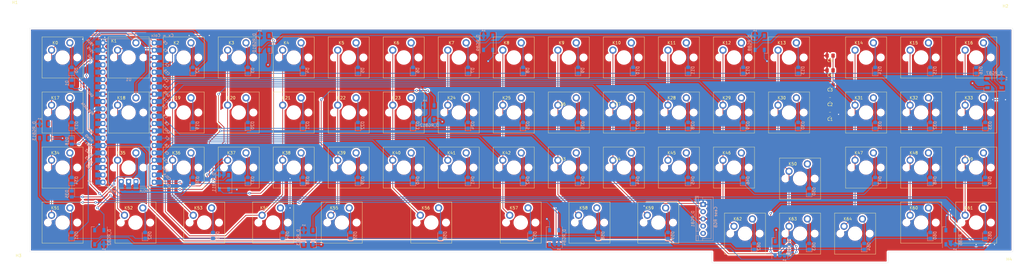
<source format=kicad_pcb>
(kicad_pcb (version 20211014) (generator pcbnew)
  (layers (0 "F.Cu" signal) (31 "B.Cu" signal) (34 "B.Paste" user) (35 "F.Paste" user) (36 "B.SilkS" user "B.Silkscreen") (37 "F.SilkS" user "F.Silkscreen") (38 "B.Mask" user) (39 "F.Mask" user) (44 "Edge.Cuts" user))
  (net 0 "")
  (net 1 "/Row_0")
  (net 2 "/Row_1")
  (net 3 "/Row_2")
  (net 4 "/Row_3")
  (net 5 "/Col_0")
  (net 6 "/Col_1")
  (net 7 "/Col_2")
  (net 8 "/Col_3")
  (net 9 "/Col_4")
  (net 10 "/Col_5")
  (net 11 "/Col_6")
  (net 12 "/Col_7")
  (net 13 "/Col_8")
  (net 14 "/Col_9")
  (net 15 "/Col_10")
  (net 16 "/Col_11")
  (net 17 "/Col_12")
  (net 18 "/Col_13")
  (net 19 "/Col_14")
  (net 20 "/Col_15")
  (net 21 "/Col_16")
  (net 22 "Net-(D0-Pad2)")
  (net 23 "Net-(D1-Pad2)")
  (net 24 "Net-(D2-Pad2)")
  (net 25 "Net-(D3-Pad2)")
  (net 26 "Net-(D4-Pad2)")
  (net 27 "Net-(D5-Pad2)")
  (net 28 "Net-(D6-Pad2)")
  (net 29 "Net-(D7-Pad2)")
  (net 30 "Net-(D8-Pad2)")
  (net 31 "Net-(D9-Pad2)")
  (net 32 "Net-(D10-Pad2)")
  (net 33 "Net-(D11-Pad2)")
  (net 34 "Net-(D12-Pad2)")
  (net 35 "Net-(D13-Pad2)")
  (net 36 "Net-(D14-Pad2)")
  (net 37 "Net-(D15-Pad2)")
  (net 38 "Net-(D16-Pad2)")
  (net 39 "Net-(D17-Pad2)")
  (net 40 "Net-(D18-Pad2)")
  (net 41 "Net-(D19-Pad2)")
  (net 42 "Net-(D20-Pad2)")
  (net 43 "Net-(D21-Pad2)")
  (net 44 "Net-(D22-Pad2)")
  (net 45 "Net-(D23-Pad2)")
  (net 46 "Net-(D24-Pad2)")
  (net 47 "Net-(D25-Pad2)")
  (net 48 "Net-(D26-Pad2)")
  (net 49 "Net-(D27-Pad2)")
  (net 50 "Net-(D28-Pad2)")
  (net 51 "Net-(D29-Pad2)")
  (net 52 "Net-(D30-Pad2)")
  (net 53 "Net-(D31-Pad2)")
  (net 54 "Net-(D32-Pad2)")
  (net 55 "Net-(D33-Pad2)")
  (net 56 "Net-(D34-Pad2)")
  (net 57 "Net-(D35-Pad2)")
  (net 58 "Net-(D36-Pad2)")
  (net 59 "Net-(D37-Pad2)")
  (net 60 "Net-(D38-Pad2)")
  (net 61 "Net-(D39-Pad2)")
  (net 62 "Net-(D40-Pad2)")
  (net 63 "Net-(D41-Pad2)")
  (net 64 "Net-(D42-Pad2)")
  (net 65 "Net-(D43-Pad2)")
  (net 66 "Net-(D44-Pad2)")
  (net 67 "Net-(D45-Pad2)")
  (net 68 "Net-(D46-Pad2)")
  (net 69 "Net-(D47-Pad2)")
  (net 70 "Net-(D48-Pad2)")
  (net 71 "Net-(D49-Pad2)")
  (net 72 "Net-(D50-Pad2)")
  (net 73 "Net-(D51-Pad2)")
  (net 74 "Net-(D52-Pad2)")
  (net 75 "Net-(D53-Pad2)")
  (net 76 "Net-(D54-Pad2)")
  (net 77 "Net-(D55-Pad2)")
  (net 78 "Net-(D56-Pad2)")
  (net 79 "Net-(D57-Pad2)")
  (net 80 "Net-(D58-Pad2)")
  (net 81 "Net-(D59-Pad2)")
  (net 82 "Net-(D60-Pad2)")
  (net 83 "Net-(D61-Pad2)")
  (net 84 "Net-(D62-Pad2)")
  (net 85 "Net-(D63-Pad2)")
  (net 86 "Net-(D64-Pad2)")
  (net 87 "VCC")
  (net 88 "GND")
  (net 89 "Net-(D_RGB1-Pad4)")
  (net 101 "Net-(D_RGB1-Pad2)")
  (net 102 "Net-(D_RGB2-Pad2)")
  (net 103 "Net-(D_RGB12-Pad2)")
  (net 104 "Net-(D_RGB3-Pad2)")
  (net 105 "Net-(D_RGB6-Pad2)")
  (net 106 "Net-(D_RGB7-Pad2)")
  (net 107 "Net-(D_RGB10-Pad4)")
  (net 108 "Net-(D_RGB10-Pad2)")
  (net 109 "Net-(D_RGB11-Pad2)")
  (net 110 "Net-(D_RGB5-Pad4)")
  (net 111 "Net-(D_RGB5-Pad2)")
  (net 112 "Net-(D_RGB8-Pad2)")
  (footprint "Switch_Keyboard_Cherry_MX:SW_Cherry_MX_PCB_1.00u" (layer "F.Cu") (at 53.34 88.9)
    (fp_text reference "K0")
    (fp_text value "Home")
  )
  (footprint "Switch_Keyboard_Cherry_MX:SW_Cherry_MX_PCB_1.00u" (layer "F.Cu") (at 190.5 88.9)
    (fp_text reference "K7")
    (fp_text value "Y")
  )
  (footprint "Switch_Keyboard_Cherry_MX:SW_Cherry_MX_PCB_1.00u" (layer "F.Cu") (at 369.57 127)
    (fp_text reference "K49")
    (fp_text value "9")
  )
  (footprint "Switch_Keyboard_Cherry_MX:SW_Cherry_MX_PCB_1.00u" (layer "F.Cu") (at 133.35 107.95)
    (fp_text reference "K21")
    (fp_text value "D")
  )
  (footprint "Switch_Keyboard_Cherry_MX:SW_Cherry_MX_PCB_1.00u" (layer "F.Cu") (at 327.66 149.86)
    (fp_text reference "K64")
    (fp_text value "&rarr;")
  )
  (footprint "Switch_Keyboard_Cherry_MX:SW_Cherry_MX_PCB_1.00u" (layer "F.Cu") (at 133.35 127)
    (fp_text reference "K38")
    (fp_text value "C")
  )
  (footprint "Switch_Keyboard_Cherry_MX:SW_Cherry_MX_PCB_1.00u" (layer "F.Cu") (at 350.52 146.05)
    (fp_text reference "K60")
    (fp_text value "0")
  )
  (footprint "Switch_Keyboard_Cherry_MX:SW_Cherry_MX_PCB_1.25u" (layer "F.Cu") (at 126.20625 146.05)
    (fp_text reference "K54")
    (fp_text value "Super")
  )
  (footprint "Switch_Keyboard_Cherry_MX:SW_Cherry_MX_PCB_1.25u" (layer "F.Cu") (at 102.39375 146.05)
    (fp_text reference "K53")
    (fp_text value "Alt")
  )
  (footprint "MountingHole:MountingHole_3.2mm_M3_DIN965" (layer "F.Cu") (at 38.1 160.02)
    (fp_text reference "H3")
    (fp_text value "MountingHole")
  )
  (footprint "Capacitor_SMD:C_0805_2012Metric_Pad1.18x1.45mm_HandSolder" (layer "F.Cu") (at 319.0025 93.345 180)
    (fp_text reference "C4")
    (fp_text value "0.1u")
  )
  (footprint "Switch_Keyboard_Cherry_MX:SW_Cherry_MX_PCB_1.00u" (layer "F.Cu") (at 114.3 107.95)
    (fp_text reference "K20")
    (fp_text value "S")
  )
  (footprint "Switch_Keyboard_Cherry_MX:SW_Cherry_MX_PCB_1.00u" (layer "F.Cu") (at 228.6 127)
    (fp_text reference "K43")
    (fp_text value ",")
  )
  (footprint "Switch_Keyboard_Cherry_MX:SW_Cherry_MX_PCB_1.00u" (layer "F.Cu") (at 190.5 127)
    (fp_text reference "K41")
    (fp_text value "N")
  )
  (footprint "Switch_Keyboard_Cherry_MX:SW_Cherry_MX_PCB_1.00u" (layer "F.Cu") (at 285.75 88.9)
    (fp_text reference "K12")
    (fp_text value "Back Space")
  )
  (footprint "Switch_Keyboard_Cherry_MX:SW_Cherry_MX_PCB_2.00u" (layer "F.Cu") (at 180.975 146.05)
    (fp_text reference "K56")
    (fp_text value "Blank")
  )
  (footprint "Switch_Keyboard_Cherry_MX:SW_Cherry_MX_PCB_1.00u" (layer "F.Cu") (at 266.7 127)
    (fp_text reference "K45")
    (fp_text value "/")
  )
  (footprint "MountingHole:MountingHole_3.2mm_M3_DIN965" (layer "F.Cu") (at 381 161.29)
    (fp_text reference "H4")
    (fp_text value "MountingHole")
  )
  (footprint "Switch_Keyboard_Cherry_MX:SW_Cherry_MX_PCB_1.00u" (layer "F.Cu") (at 285.75 107.95)
    (fp_text reference "K29")
    (fp_text value "'")
  )
  (footprint "Switch_Keyboard_Cherry_MX:SW_Cherry_MX_PCB_1.25u" (layer "F.Cu") (at 259.55625 146.05)
    (fp_text reference "K59")
    (fp_text value "Fn")
  )
  (footprint "Switch_Keyboard_Cherry_MX:SW_Cherry_MX_PCB_1.00u" (layer "F.Cu") (at 152.4 127)
    (fp_text reference "K39")
    (fp_text value "V")
  )
  (footprint "Switch_Keyboard_Cherry_MX:SW_Cherry_MX_PCB_1.00u" (layer "F.Cu") (at 331.47 107.95)
    (fp_text reference "K31")
    (fp_text value "4")
  )
  (footprint "Switch_Keyboard_Cherry_MX:SW_Cherry_MX_PCB_1.00u" (layer "F.Cu") (at 266.7 107.95)
    (fp_text reference "K28")
    (fp_text value ";")
  )
  (footprint "Switch_Keyboard_Cherry_MX:SW_Cherry_MX_PCB_1.00u" (layer "F.Cu") (at 350.52 127)
    (fp_text reference "K48")
    (fp_text value "8")
  )
  (footprint "Switch_Keyboard_Cherry_MX:SW_Cherry_MX_PCB_1.00u" (layer "F.Cu") (at 114.3 88.9)
    (fp_text reference "K3")
    (fp_text value "W")
  )
  (footprint "Switch_Keyboard_Cherry_MX:SW_Cherry_MX_PCB_1.25u" (layer "F.Cu") (at 150.01875 146.05)
    (fp_text reference "K55")
    (fp_text value "&dArr;")
  )
  (footprint "Switch_Keyboard_Cherry_MX:SW_Cherry_MX_PCB_1.00u" (layer "F.Cu") (at 331.47 88.9)
    (fp_text reference "K14")
    (fp_text value "1")
  )
  (footprint "Switch_Keyboard_Cherry_MX:SW_Cherry_MX_PCB_1.00u" (layer "F.Cu") (at 308.61 130.81)
    (fp_text reference "K50")
    (fp_text value "&uarr;")
  )
  (footprint "Switch_Keyboard_Cherry_MX:SW_Cherry_MX_PCB_1.00u" (layer "F.Cu") (at 331.47 127)
    (fp_text reference "K47")
    (fp_text value "7")
  )
  (footprint "Switch_Keyboard_Cherry_MX:SW_Cherry_MX_PCB_1.00u" (layer "F.Cu") (at 350.52 88.9)
    (fp_text reference "K15")
    (fp_text value "2")
  )
  (footprint "MountingHole:MountingHole_3.2mm_M3_DIN965" (layer "F.Cu") (at 379.73 73.66)
    (fp_text reference "H2")
    (fp_text value "MountingHole")
  )
  (footprint "Switch_Keyboard_Cherry_MX:SW_Cherry_MX_PCB_1.00u" (layer "F.Cu") (at 53.34 127)
    (fp_text reference "K34")
    (fp_text value "Vol +")
  )
  (footprint "Switch_Keyboard_Cherry_MX:SW_Cherry_MX_PCB_1.00u" (layer "F.Cu") (at 95.25 107.95)
    (fp_text reference "K19")
    (fp_text value "A")
  )
  (footprint "Switch_Keyboard_Cherry_MX:SW_Cherry_MX_PCB_1.00u" (layer "F.Cu") (at 247.65 127)
    (fp_text reference "K44")
    (fp_text value ".")
  )
  (footprint "Switch_Keyboard_Cherry_MX:SW_Cherry_MX_PCB_1.00u" (layer "F.Cu") (at 76.2 127)
    (fp_text reference "K35")
    (fp_text value "Shift")
  )
  (footprint "Switch_Keyboard_Cherry_MX:SW_Cherry_MX_PCB_1.00u" (layer "F.Cu") (at 53.34 146.05)
    (fp_text reference "K51")
    (fp_text value "Vol -")
  )
  (footprint "Switch_Keyboard_Cherry_MX:SW_Cherry_MX_PCB_1.00u" (layer "F.Cu") (at 247.65 107.95)
    (fp_text reference "K27")
    (fp_text value "L")
  )
  (footprint "Switch_Keyboard_Cherry_MX:SW_Cherry_MX_PCB_1.00u" (layer "F.Cu") (at 209.55 127)
    (fp_text reference "K42")
    (fp_text value "M")
  )
  (footprint "Switch_Keyboard_Cherry_MX:SW_Cherry_MX_PCB_1.00u" (layer "F.Cu") (at 95.25 127)
    (fp_text reference "K36")
    (fp_text value "Z")
  )
  (footprint "Capacitor_SMD:C_0805_2012Metric_Pad1.18x1.45mm_HandSolder" (layer "F.Cu") (at 319.0025 108.585 180)
    (fp_text reference "C1")
    (fp_text value "0.1u")
  )
  (footprint "Switch_Keyboard_Cherry_MX:SW_Cherry_MX_PCB_1.00u" (layer "F.Cu") (at 95.25 88.9)
    (fp_text reference "K2")
    (fp_text value "Q")
  )
  (footprint "Switch_Keyboard_Cherry_MX:SW_Cherry_MX_PCB_1.00u" (layer "F.Cu") (at 133.35 88.9)
    (fp_text reference "K4")
    (fp_text value "E")
  )
  (footprint "Switch_Keyboard_Cherry_MX:SW_Cherry_MX_PCB_1.00u" (layer "F.Cu") (at 228.6 88.9)
    (fp_text reference "K9")
    (fp_text value "I")
  )
  (footprint "Switch_Keyboard_Cherry_MX:SW_Cherry_MX_PCB_1.00u" (layer "F.Cu") (at 228.6 107.95)
    (fp_text reference "K26")
    (fp_text value "K")
  )
  (footprint "Switch_Keyboard_Cherry_MX:SW_Cherry_MX_PCB_1.00u" (layer "F.Cu") (at 76.2 88.9)
    (fp_text reference "K1")
    (fp_text value "Tab")
  )
  (footprint "Switch_Keyboard_Cherry_MX:SW_Cherry_MX_PCB_1.00u" (layer "F.Cu") (at 369.57 88.9)
    (fp_text reference "K16")
    (fp_text value "3")
  )
  (footprint "Switch_Keyboard_Cherry_MX:SW_Cherry_MX_PCB_1.00u" (layer "F.Cu") (at 247.65 88.9)
    (fp_text reference "K10")
    (fp_text value "O")
  )
  (footprint "Switch_Keyboard_Cherry_MX:SW_Cherry_MX_PCB_1.00u" (layer "F.Cu") (at 171.45 107.95)
    (fp_text reference "K23")
    (fp_text value "G")
  )
  (footprint "Switch_Keyboard_Cherry_MX:SW_Cherry_MX_PCB_1.00u" (layer "F.Cu") (at 171.45 127)
    (fp_text reference "K40")
    (fp_text value "B")
  )
  (footprint "Switch_Keyboard_Cherry_MX:SW_Cherry_MX_PCB_1.00u" (layer "F.Cu") (at 53.34 107.95)
    (fp_text reference "K17")
    (fp_text value "End")
  )
  (footprint "Switch_Keyboard_Cherry_MX:SW_Cherry_MX_PCB_1.00u" (layer "F.Cu") (at 209.55 107.95)
    (fp_text reference "K25")
    (fp_text value "J")
  )
  (footprint "Switch_Keyboard_Cherry_MX:SW_Cherry_MX_PCB_1.00u" (layer "F.Cu") (at 152.4 107.95)
    (fp_text reference "K22")
    (fp_text value "F")
  )
  (footprint "Switch_Keyboard_Cherry_MX:SW_Cherry_MX_PCB_1.00u" (layer "F.Cu") (at 152.4 88.9)
    (fp_text reference "K5")
    (fp_text value "R")
  )
  (footprint "Switch_Keyboard_Cherry_MX:SW_Cherry_MX_PCB_1.00u" (layer "F.Cu") (at 266.7 88.9)
    (fp_text reference "K11")
    (fp_text value "P")
  )
  (footprint "Switch_Keyboard_Cherry_MX:SW_Cherry_MX_PCB_1.00u" (layer "F.Cu") (at 209.55 88.9)
    (fp_text reference "K8")
    (fp_text value "U")
  )
  (footprint "Switch_Keyboard_Cherry_MX:SW_Cherry_MX_PCB_1.00u" (layer "F.Cu") (at 76.2 107.95)
    (fp_text reference "K18")
    (fp_text value "Esc")
  )
  (footprint "Switch_Keyboard_Cherry_MX:SW_Cherry_MX_PCB_1.00u" (layer "F.Cu") (at 350.52 107.95)
    (fp_text reference "K32")
    (fp_text value "5")
  )
  (footprint "Switch_Keyboard_Cherry_MX:SW_Cherry_MX_PCB_1.25u" (layer "F.Cu") (at 235.74375 146.05)
    (fp_text reference "K58")
    (fp_text value "Alt")
  )
  (footprint "Capacitor_SMD:C_0805_2012Metric_Pad1.18x1.45mm_HandSolder" (layer "F.Cu") (at 319.0025 103.505 180)
    (fp_text reference "C2")
    (fp_text value "0.1u")
  )
  (footprint "Switch_Keyboard_Cherry_MX:SW_Cherry_MX_PCB_1.25u" (layer "F.Cu") (at 78.58125 146.05)
    (fp_text reference "K52")
    (fp_text value "Ctrl")
  )
  (footprint "Switch_Keyboard_Cherry_MX:SW_Cherry_MX_PCB_1.00u" (layer "F.Cu") (at 285.75 127)
    (fp_text reference "K46")
    (fp_text value "Shift")
  )
  (footprint "Switch_Keyboard_Cherry_MX:SW_Cherry_MX_PCB_1.00u" (layer "F.Cu") (at 308.61 149.86)
    (fp_text reference "K63")
    (fp_text value "&darr;")
  )
  (footprint "Switch_Keyboard_Cherry_MX:SW_Cherry_MX_PCB_1.00u" (layer "F.Cu") (at 190.5 107.95)
    (fp_text reference "K24")
    (fp_text value "H")
  )
  (footprint "Switch_Keyboard_Cherry_MX:SW_Cherry_MX_PCB_1.00u" (layer "F.Cu") (at 171.45 88.9)
    (fp_text reference "K6")
    (fp_text value "T")
  )
  (footprint "Switch_Keyboard_Cherry_MX:SW_Cherry_MX_PCB_1.00u" (layer "F.Cu") (at 304.8 88.9)
    (fp_text reference "K13")
    (fp_text value "Delete")
  )
  (footprint "Switch_Keyboard_Cherry_MX:SW_Cherry_MX_PCB_1.00u" (layer "F.Cu") (at 114.3 127)
    (fp_text reference "K37")
    (fp_text value "X")
  )
  (footprint "Switch_Keyboard_Cherry_MX:SW_Cherry_MX_PCB_1.00u" (layer "F.Cu") (at 369.57 146.05)
    (fp_text reference "K61")
    (fp_text value "Enter")
  )
  (footprint "Switch_Keyboard_Cherry_MX:SW_Cherry_MX_PCB_1.00u" (layer "F.Cu") (at 289.56 149.86)
    (fp_text reference "K62")
    (fp_text value "&larr;")
  )
  (footprint "MountingHole:MountingHole_3.2mm_M3_DIN965" (layer "F.Cu") (at 36.83 72.39)
    (fp_text reference "H1")
    (fp_text value "MountingHole")
  )
  (footprint "Switch_Keyboard_Cherry_MX:SW_Cherry_MX_PCB_1.00u" (layer "F.Cu") (at 304.8 107.95)
    (fp_text reference "K30")
    (fp_text value "Return")
  )
  (footprint "Switch_Keyboard_Cherry_MX:SW_Cherry_MX_PCB_1.25u" (layer "F.Cu") (at 211.93125 146.05)
    (fp_text reference "K57")
    (fp_text value "&uArr;")
  )
  (footprint "Capacitor_SMD:C_0805_2012Metric_Pad1.18x1.45mm_HandSolder" (layer "F.Cu") (at 319.0025 88.265 180)
    (fp_text reference "C5")
    (fp_text value "4.7u")
  )
  (footprint "Capacitor_SMD:C_0805_2012Metric_Pad1.18x1.45mm_HandSolder" (layer "F.Cu") (at 319.0025 98.425 180)
    (fp_text reference "C3")
    (fp_text value "0.1u")
  )
  (footprint "Switch_Keyboard_Cherry_MX:SW_Cherry_MX_PCB_1.00u" (layer "F.Cu") (at 369.57 107.95)
    (fp_text reference "K33")
    (fp_text value "6")
  )
  (footprint "Diode_SMD:D_0805_2012Metric_Pad1.15x1.40mm_HandSolder" (layer "B.Cu") (at 56.515 93.345 90)
    (fp_text reference "D0")
    (fp_text value "D")
  )
  (footprint "Diode_SMD:D_0805_2012Metric_Pad1.15x1.40mm_HandSolder" (layer "B.Cu") (at 56.515 136.135 -90)
    (fp_text reference "D35")
    (fp_text value "D")
  )
  (footprint "LED_SMD:LED_WS2812B_PLCC4_5.0x5.0mm_P3.2mm" (layer "B.Cu") (at 375.92 97.79 180)
    (fp_text reference "D_RGB7")
    (fp_text value "WS2812B")
  )
  (footprint "Diode_SMD:D_0805_2012Metric_Pad1.15x1.40mm_HandSolder" (layer "B.Cu") (at 136.525 112.395 90)
    (fp_text reference "D21")
    (fp_text value "D")
  )
  (footprint "Diode_SMD:D_0805_2012Metric_Pad1.15x1.40mm_HandSolder" (layer "B.Cu") (at 353.695 112.395 90)
    (fp_text reference "D32")
    (fp_text value "D")
  )
  (footprint "Diode_SMD:D_0805_2012Metric_Pad1.15x1.40mm_HandSolder" (layer "B.Cu") (at 215.265 150.495 90)
    (fp_text reference "D57")
    (fp_text value "D")
  )
  (footprint "Diode_SMD:D_0805_2012Metric_Pad1.15x1.40mm_HandSolder" (layer "B.Cu") (at 136.525 93.345 90)
    (fp_text reference "D4")
    (fp_text value "D")
  )
  (footprint "LED_SMD:LED_WS2812B_PLCC4_5.0x5.0mm_P3.2mm" (layer "B.Cu") (at 123.19 83.82 -90)
    (fp_text reference "D_RGB10")
    (fp_text value "WS2812B")
  )
  (footprint "Diode_SMD:D_0805_2012Metric_Pad1.15x1.40mm_HandSolder" (layer "B.Cu") (at 238.76 150.495 90)
    (fp_text reference "D58")
    (fp_text value "D")
  )
  (footprint "Diode_SMD:D_0805_2012Metric_Pad1.15x1.40mm_HandSolder" (layer "B.Cu") (at 288.925 93.345 90)
    (fp_text reference "D12")
    (fp_text value "D")
  )
  (footprint "Diode_SMD:D_0805_2012Metric_Pad1.15x1.40mm_HandSolder" (layer "B.Cu") (at 334.645 112.395 90)
    (fp_text reference "D31")
    (fp_text value "D")
  )
  (footprint "Diode_SMD:D_0805_2012Metric_Pad1.15x1.40mm_HandSolder" (layer "B.Cu") (at 136.525 131.445 90)
    (fp_text reference "D38")
    (fp_text value "D")
  )
  (footprint "Diode_SMD:D_0805_2012Metric_Pad1.15x1.40mm_HandSolder" (layer "B.Cu") (at 174.625 131.445 90)
    (fp_text reference "D40")
    (fp_text value "D")
  )
  (footprint "Diode_SMD:D_0805_2012Metric_Pad1.15x1.40mm_HandSolder" (layer "B.Cu") (at 212.725 112.395 90)
    (fp_text reference "D25")
    (fp_text value "D")
  )
  (footprint "Diode_SMD:D_0805_2012Metric_Pad1.15x1.40mm_HandSolder" (layer "B.Cu") (at 56.515 112.395 90)
    (fp_text reference "D17")
    (fp_text value "D")
  )
  (footprint "Diode_SMD:D_0805_2012Metric_Pad1.15x1.40mm_HandSolder" (layer "B.Cu") (at 269.875 112.395 90)
    (fp_text reference "D28")
    (fp_text value "D")
  )
  (footprint "Diode_SMD:D_0805_2012Metric_Pad1.15x1.40mm_HandSolder" (layer "B.Cu") (at 311.785 154.305 90)
    (fp_text reference "D63")
    (fp_text value "D")
  )
  (footprint "Diode_SMD:D_0805_2012Metric_Pad1.15x1.40mm_HandSolder" (layer "B.Cu") (at 193.675 112.395 90)
    (fp_text reference "D24")
    (fp_text value "D")
  )
  (footprint "Diode_SMD:D_0805_2012Metric_Pad1.15x1.40mm_HandSolder" (layer "B.Cu") (at 372.745 131.445 90)
    (fp_text reference "D49")
    (fp_text value "D")
  )
  (footprint "LED_SMD:LED_WS2812B_PLCC4_5.0x5.0mm_P3.2mm" (layer "B.Cu") (at 294.64 83.82 -90)
    (fp_text reference "D_RGB8")
    (fp_text value "WS2812B")
  )
  (footprint "MCU_RaspberryPi_and_Boards:RPi_Pico_SMD_TH" (layer "B.Cu") (at 76.2 107.95 180)
    (fp_text reference "U1")
    (fp_text value "Pico")
  )
  (footprint "Diode_SMD:D_0805_2012Metric_Pad1.15x1.40mm_HandSolder" (layer "B.Cu") (at 353.695 150.495 90)
    (fp_text reference "D60")
    (fp_text value "D")
  )
  (footprint "Diode_SMD:D_0805_2012Metric_Pad1.15x1.40mm_HandSolder" (layer "B.Cu") (at 105.41 150.495 90)
    (fp_text reference "D53")
    (fp_text value "D")
  )
  (footprint "Diode_SMD:D_0805_2012Metric_Pad1.15x1.40mm_HandSolder" (layer "B.Cu") (at 193.675 93.345 90)
    (fp_text reference "D7")
    (fp_text value "D")
  )
  (footprint "Diode_SMD:D_0805_2012Metric_Pad1.15x1.40mm_HandSolder" (layer "B.Cu") (at 212.725 131.445 90)
    (fp_text reference "D42")
    (fp_text value "D")
  )
  (footprint "Diode_SMD:D_0805_2012Metric_Pad1.15x1.40mm_HandSolder" (layer "B.Cu") (at 372.745 150.495 90)
    (fp_text reference "D61")
    (fp_text value "D")
  )
  (footprint "Diode_SMD:D_0805_2012Metric_Pad1.15x1.40mm_HandSolder" (layer "B.Cu") (at 288.925 131.445 90)
    (fp_text reference "D46")
    (fp_text value "D")
  )
  (footprint "Diode_SMD:D_0805_2012Metric_Pad1.15x1.40mm_HandSolder" (layer "B.Cu") (at 269.875 93.345 90)
    (fp_text reference "D11")
    (fp_text value "D")
  )
  (footprint "Diode_SMD:D_0805_2012Metric_Pad1.15x1.40mm_HandSolder" (layer "B.Cu") (at 174.625 93.345 90)
    (fp_text reference "D6")
    (fp_text value "D")
  )
  (footprint "LED_SMD:LED_WS2812B_PLCC4_5.0x5.0mm_P3.2mm" (layer "B.Cu") (at 223.52 151.13 90)
    (fp_text reference "D_RGB4")
    (fp_text value "WS2812B")
  )
  (footprint "Diode_SMD:D_0805_2012Metric_Pad1.15x1.40mm_HandSolder" (layer "B.Cu") (at 353.695 93.345 90)
    (fp_text reference "D15")
    (fp_text value "D")
  )
  (footprint "Diode_SMD:D_0805_2012Metric_Pad1.15x1.40mm_HandSolder" (layer "B.Cu") (at 193.675 131.445 90)
    (fp_text reference "D41")
    (fp_text value "D")
  )
  (footprint "LED_SMD:LED_WS2812B_PLCC4_5.0x5.0mm_P3.2mm" (layer "B.Cu") (at 66.04 151.13 90)
    (fp_text reference "D_RGB2")
    (fp_text value "WS2812B")
  )
  (footprint "Diode_SMD:D_0805_2012Metric_Pad1.15x1.40mm_HandSolder" (layer "B.Cu") (at 56.515 150.495 90)
    (fp_text reference "D51")
    (fp_text value "D")
  )
  (footprint "Diode_SMD:D_0805_2012Metric_Pad1.15x1.40mm_HandSolder" (layer "B.Cu") (at 117.475 112.395 90)
    (fp_text reference "D20")
    (fp_text value "D")
  )
  (footprint "Diode_SMD:D_0805_2012Metric_Pad1.15x1.40mm_HandSolder" (layer "B.Cu") (at 369.57 93.345 90)
    (fp_text reference "D16")
    (fp_text value "D")
  )
  (footprint "Diode_SMD:D_0805_2012Metric_Pad1.15x1.40mm_HandSolder" (layer "B.Cu") (at 353.695 131.445 90)
    (fp_text reference "D48")
    (fp_text value "D")
  )
  (footprint "Diode_SMD:D_0805_2012Metric_Pad1.15x1.40mm_HandSolder" (layer "B.Cu") (at 307.975 112.395 90)
    (fp_text reference "D30")
    (fp_text value "D")
  )
  (footprint "Diode_SMD:D_0805_2012Metric_Pad1.15x1.40mm_HandSolder" (layer "B.Cu") (at 231.775 131.445 90)
    (fp_text reference "D43")
    (fp_text value "D")
  )
  (footprint "Diode_SMD:D_0805_2012Metric_Pad1.15x1.40mm_HandSolder" (layer "B.Cu") (at 250.825 112.395 90)
    (fp_text reference "D27")
    (fp_text value "D")
  )
  (footprint "Diode_SMD:D_0805_2012Metric_Pad1.15x1.40mm_HandSolder" (layer "B.Cu") (at 334.645 93.345 90)
    (fp_text reference "D14")
    (fp_text value "D")
  )
  (footprint "Diode_SMD:D_0805_2012Metric_Pad1.15x1.40mm_HandSolder" (layer "B.Cu") (at 330.835 154.305 90)
    (fp_text reference "D64")
    (fp_text value "D")
  )
  (footprint "Diode_SMD:D_0805_2012Metric_Pad1.15x1.40mm_HandSolder" (layer "B.Cu") (at 269.875 131.445 90)
    (fp_text reference "D45")
    (fp_text value "D")
  )
  (footprint "Diode_SMD:D_0805_2012Metric_Pad1.15x1.40mm_HandSolder" (layer "B.Cu") (at 117.475 93.345 90)
    (fp_text reference "D3")
    (fp_text value "D")
  )
  (footprint "LED_SMD:LED_WS2812B_PLCC4_5.0x5.0mm_P3.2mm" (layer "B.Cu") (at 109.22 132.08 -90)
    (fp_text reference "D_RGB11")
    (fp_text value "WS2812B")
  )
  (footprint "Diode_SMD:D_0805_2012Metric_Pad1.15x1.40mm_HandSolder" (layer "B.Cu") (at 117.475 131.445 90)
    (fp_text reference "D37")
    (fp_text value "D")
  )
  (footprint "Diode_SMD:D_0805_2012Metric_Pad1.15x1.40mm_HandSolder" (layer "B.Cu") (at 129.54 150.495 90)
    (fp_text reference "D54")
    (fp_text value "D")
  )
  (footprint "Diode_SMD:D_0805_2012Metric_Pad1.15x1.40mm_HandSolder" (layer "B.Cu") (at 311.785 135.255 90)
    (fp_text reference "D50")
    (fp_text value "D")
  )
  (footprint "Diode_SMD:D_0805_2012Metric_Pad1.15x1.40mm_HandSolder" (layer "B.Cu") (at 334.645 131.445 90)
    (fp_text reference "D47")
    (fp_text value "D")
  )
  (footprint "Diode_SMD:D_0805_2012Metric_Pad1.15x1.40mm_HandSolder" (layer "B.Cu") (at 292.735 154.305 90)
    (fp_text reference "D62")
    (fp_text value "D")
  )
  (footprint "LED_SMD:LED_WS2812B_PLCC4_5.0x5.0mm_P3.2mm" (layer "B.Cu") (at 200.66 83.82 -90)
    (fp_text reference "D_RGB9")
    (fp_text value "WS2812B")
  )
  (footprint "Diode_SMD:D_0805_2012Metric_Pad1.15x1.40mm_HandSolder" (layer "B.Cu") (at 288.925 112.395 90)
    (fp_text reference "D29")
    (fp_text value "D")
  )
  (footprint "Diode_SMD:D_0805_2012Metric_Pad1.15x1.40mm_HandSolder" (layer "B.Cu") (at 155.575 93.345 90)
    (fp_text reference "D5")
    (fp_text value "D")
  )
  (footprint "Diode_SMD:D_0805_2012Metric_Pad1.15x1.40mm_HandSolder" (layer "B.Cu") (at 231.775 112.395 90)
    (fp_text reference "D26")
    (fp_text value "D")
  )
  (footprint "Diode_SMD:D_0805_2012Metric_Pad1.15x1.40mm_HandSolder" (layer "B.Cu") (at 250.825 93.345 90)
    (fp_text reference "D10")
    (fp_text value "D")
  )
  (footprint "Diode_SMD:D_0805_2012Metric_Pad1.15x1.40mm_HandSolder" (layer "B.Cu") (at 56.515 97.79 -90)
    (fp_text reference "D1")
    (fp_text value "D")
  )
  (footprint "LED_SMD:LED_WS2812B_PLCC4_5.0x5.0mm_P3.2mm" (layer "B.Cu") (at 301.625 154.94 90)
    (fp_text reference "D_RGB5")
    (fp_text value "WS2812B")
  )
  (footprint "Diode_SMD:D_0805_2012Metric_Pad1.15x1.40mm_HandSolder" (layer "B.Cu") (at 174.625 112.395 90)
    (fp_text reference "D23")
    (fp_text value "D")
  )
  (footprint "LED_SMD:LED_WS2812B_PLCC4_5.0x5.0mm_P3.2mm" (layer "B.Cu") (at 46.99 114.3 -90)
    (fp_text reference "D_RGB13")
    (fp_text value "WS2812B")
  )
  (footprint "Diode_SMD:D_0805_2012Metric_Pad1.15x1.40mm_HandSolder" (layer "B.Cu") (at 98.425 93.345 90)
    (fp_text reference "D2")
    (fp_text value "D")
  )
  (footprint "Diode_SMD:D_0805_2012Metric_Pad1.15x1.40mm_HandSolder" (layer "B.Cu") (at 212.725 93.345 90)
    (fp_text reference "D8")
    (fp_text value "D")
  )
  (footprint "Diode_SMD:D_0805_2012Metric_Pad1.15x1.40mm_HandSolder" (layer "B.Cu") (at 98.425 131.445 90)
    (fp_text reference "D36")
    (fp_text value "D")
  )
  (footprint "Diode_SMD:D_0805_2012Metric_Pad1.15x1.40mm_HandSolder" (layer "B.Cu") (at 155.575 112.395 90)
    (fp_text reference "D22")
    (fp_text value "D")
  )
  (footprint "Connector_JST:JST_XH_B5B-XH-A_1x05_P2.50mm_Vertical" (layer "B.Cu") (at 275.065 139.78 -90)
    (fp_text reference "D_RGB1")
    (fp_text value "WS2812B")
  )
  (footprint "Diode_SMD:D_0805_2012Metric_Pad1.15x1.40mm_HandSolder" (layer "B.Cu") (at 155.575 131.445 90)
    (fp_text reference "D39")
    (fp_text value "D")
  )
  (footprint "Diode_SMD:D_0805_2012Metric_Pad1.15x1.40mm_HandSolder" (layer "B.Cu") (at 56.515 131.445 90)
    (fp_text reference "D34")
    (fp_text value "D")
  )
  (footprint "Diode_SMD:D_0805_2012Metric_Pad1.15x1.40mm_HandSolder" (layer "B.Cu") (at 184.15 150.495 90)
    (fp_text reference "D56")
    (fp_text value "D")
  )
  (footprint "Diode_SMD:D_0805_2012Metric_Pad1.15x1.40mm_HandSolder" (layer "B.Cu") (at 250.825 131.445 90)
    (fp_text reference "D44")
    (fp_text value "D")
  )
  (footprint "Diode_SMD:D_0805_2012Metric_Pad1.15x1.40mm_HandSolder" (layer "B.Cu") (at 307.975 93.345 90)
    (fp_text reference "D13")
    (fp_text value "D")
  )
  (footprint "LED_SMD:LED_WS2812B_PLCC4_5.0x5.0mm_P3.2mm" (layer "B.Cu") (at 180.34 107.95 -90)
    (fp_text reference "D_RGB12")
    (fp_text value "WS2812B")
  )
  (footprint "Diode_SMD:D_0805_2012Metric_Pad1.15x1.40mm_HandSolder" (layer "B.Cu") (at 153.035 150.495 90)
    (fp_text reference "D55")
    (fp_text value "D")
  )
  (footprint "Diode_SMD:D_0805_2012Metric_Pad1.15x1.40mm_HandSolder" (layer "B.Cu") (at 262.89 150.495 90)
    (fp_text reference "D59")
    (fp_text value "D")
  )
  (footprint "Diode_SMD:D_0805_2012Metric_Pad1.15x1.40mm_HandSolder" (layer "B.Cu") (at 81.915 150.495 90)
    (fp_text reference "D52")
    (fp_text value "D")
  )
  (footprint "Diode_SMD:D_0805_2012Metric_Pad1.15x1.40mm_HandSolder" (layer "B.Cu") (at 231.775 93.345 90)
    (fp_text reference "D9")
    (fp_text value "D")
  )
  (footprint "Diode_SMD:D_0805_2012Metric_Pad1.15x1.40mm_HandSolder" (layer "B.Cu") (at 372.745 112.395 90)
    (fp_text reference "D33")
    (fp_text value "D")
  )
  (footprint "LED_SMD:LED_WS2812B_PLCC4_5.0x5.0mm_P3.2mm" (layer "B.Cu") (at 138.43 151.13 -90)
    (fp_text reference "D_RGB3")
    (fp_text value "WS2812B")
  )
  (footprint "Diode_SMD:D_0805_2012Metric_Pad1.15x1.40mm_HandSolder" (layer "B.Cu") (at 56.515 117.865 -90)
    (fp_text reference "D18")
    (fp_text value "D")
  )
  (footprint "LED_SMD:LED_WS2812B_PLCC4_5.0x5.0mm_P3.2mm" (layer "B.Cu") (at 360.68 151.13 90)
    (fp_text reference "D_RGB6")
    (fp_text value "WS2812B")
  )
  (footprint "Diode_SMD:D_0805_2012Metric_Pad1.15x1.40mm_HandSolder" (layer "B.Cu") (at 98.425 112.395 90)
    (fp_text reference "D19")
    (fp_text value "D")
  )
  (gr_line (start 278.13 160.02) (end 278.13 156.21) (layer "Edge.Cuts") (width 0.05))
  (gr_line (start 340.36 156.21) (end 382.27 156.21) (layer "Edge.Cuts") (width 0.05))
  (gr_line (start 340.36 156.21) (end 339.09 156.21) (layer "Edge.Cuts") (width 0.05))
  (gr_line (start 339.09 156.21) (end 339.09 160.02) (layer "Edge.Cuts") (width 0.05))
  (gr_line (start 278.13 156.21) (end 41.91 156.21) (layer "Edge.Cuts") (width 0.05))
  (gr_line (start 41.91 78.74) (end 41.91 156.21) (layer "Edge.Cuts") (width 0.05))
  (gr_line (start 382.27 78.74) (end 41.91 78.74) (layer "Edge.Cuts") (width 0.05))
  (gr_line (start 339.09 160.02) (end 278.13 160.02) (layer "Edge.Cuts") (width 0.05))
  (gr_line (start 382.27 156.21) (end 382.27 78.74) (layer "Edge.Cuts") (width 0.05))
  (gr_text "GND" (at 89.535 114.3 315) (layer "B.SilkS") (effects (font (size 0.8 0.8)) (justify mirror)))
  (gr_text "GND" (at 62.484 127 315) (layer "B.SilkS") (effects (font (size 0.8 0.8)) (justify mirror)))
  (gr_text "GND" (at 89.408 101.6 315) (layer "B.SilkS") (effects (font (size 0.8 0.8)) (justify mirror)))
  (gr_text "GND" (at 62.992 101.6 315) (layer "B.SilkS") (effects (font (size 0.8 0.8)) (justify mirror)))
  (gr_text "Cx = Colx" (at 87.884 81.28) (layer "B.SilkS") (effects (font (size 1 1)) (justify mirror)))
  (gr_text "GND" (at 62.992 114.3 315) (layer "B.SilkS") (effects (font (size 0.8 0.8)) (justify mirror)))
  (segment (start 353.695 94.37) (end 369.57 94.37) (width 0.25) (layer "B.Cu") (net 1))
  (segment (start 307.975 94.37) (end 334.645 94.37) (width 0.25) (layer "B.Cu") (net 1))
  (segment (start 56.515 94.37) (end 60.96 89.925) (width 0.25) (layer "B.Cu") (net 1))
  (segment (start 231.775 94.37) (end 250.825 94.37) (width 0.25) (layer "B.Cu") (net 1))
  (segment (start 102.87 83.82) (end 102.87 89.925) (width 0.25) (layer "B.Cu") (net 1))
  (segment (start 60.96 84.455) (end 65.85452 79.56048) (width 0.25) (layer "B.Cu") (net 1))
  (segment (start 56.515 94.37) (end 56.515 96.765) (width 0.25) (layer "B.Cu") (net 1))
  (segment (start 250.825 94.37) (end 269.875 94.37) (width 0.25) (layer "B.Cu") (net 1))
  (segment (start 56.515 94.37) (end 62.23 100.085) (width 0.25) (layer "B.Cu") (net 1))
  (segment (start 155.575 94.37) (end 174.625 94.37) (width 0.25) (layer "B.Cu") (net 1))
  (segment (start 62.23 100.085) (end 62.23 113.665) (width 0.25) (layer "B.Cu") (net 1))
  (segment (start 62.23 113.665) (end 65.405 116.84) (width 0.25) (layer "B.Cu") (net 1))
  (segment (start 60.96 89.925) (end 60.96 84.455) (width 0.25) (layer "B.Cu") (net 1))
  (segment (start 103.75 94.37) (end 117.475 94.37) (width 0.25) (layer "B.Cu") (net 1))
  (segment (start 269.875 94.37) (end 288.925 94.37) (width 0.25) (layer "B.Cu") (net 1))
  (segment (start 98.425 94.37) (end 103.75 94.37) (width 0.25) (layer "B.Cu") (net 1))
  (segment (start 174.625 94.37) (end 193.675 94.37) (width 0.25) (layer "B.Cu") (net 1))
  (segment (start 288.925 94.37) (end 307.975 94.37) (width 0.25) (layer "B.Cu") (net 1))
  (segment (start 136.525 94.37) (end 155.575 94.37) (width 0.25) (layer "B.Cu") (net 1))
  (segment (start 117.475 94.37) (end 136.525 94.37) (width 0.25) (layer "B.Cu") (net 1))
  (segment (start 98.61048 79.56048) (end 102.87 83.82) (width 0.25) (layer "B.Cu") (net 1))
  (segment (start 102.87 89.925) (end 98.425 94.37) (width 0.25) (layer "B.Cu") (net 1))
  (segment (start 65.405 116.84) (end 67.31 116.84) (width 0.25) (layer "B.Cu") (net 1))
  (segment (start 65.85452 79.56048) (end 98.61048 79.56048) (width 0.25) (layer "B.Cu") (net 1))
  (segment (start 193.675 94.37) (end 212.725 94.37) (width 0.25) (layer "B.Cu") (net 1))
  (segment (start 212.725 94.37) (end 231.775 94.37) (width 0.25) (layer "B.Cu") (net 1))
  (segment (start 334.645 94.37) (end 353.695 94.37) (width 0.25) (layer "B.Cu") (net 1))
  (segment (start 104.14 118.11) (end 107.95 114.3) (width 0.25) (layer "F.Cu") (net 2))
  (segment (start 101.6 134.62) (end 104.14 132.08) (width 0.25) (layer "F.Cu") (net 2))
  (segment (start 93.98 134.62) (end 101.6 134.62) (width 0.25) (layer "F.Cu") (net 2))
  (segment (start 104.14 132.08) (end 104.14 118.11) (width 0.25) (layer "F.Cu") (net 2))
  (via (at 107.95 114.3) (size 0.8) (drill 0.4) (layers "F.Cu" "B.Cu") (net 2))
  (via (at 93.98 134.62) (size 0.8) (drill 0.4) (layers "F.Cu" "B.Cu") (net 2))
  (segment (start 334.645 113.42) (end 307.975 113.42) (width 0.25) (layer "B.Cu") (net 2))
  (segment (start 372.745 113.42) (end 353.695 113.42) (width 0.25) (layer "B.Cu") (net 2))
  (segment (start 107.95 114.3) (end 116.595 114.3) (width 0.25) (layer "B.Cu") (net 2))
  (segment (start 82.55 133.35) (end 82.55 121.92) (width 0.25) (layer "B.Cu") (net 2))
  (segment (start 67.31 119.38) (end 62.475 119.38) (width 0.25) (layer "B.Cu") (net 2))
  (segment (start 116.595 114.3) (end 117.475 113.42) (width 0.25) (layer "B.Cu") (net 2))
  (segment (start 212.725 113.42) (end 193.675 113.42) (width 0.25) (layer "B.Cu") (net 2))
  (segment (start 231.775 113.42) (end 212.725 113.42) (width 0.25) (layer "B.Cu") (net 2))
  (segment (start 174.625 113.42) (end 155.575 113.42) (width 0.25) (layer "B.Cu") (net 2))
  (segment (start 83.82 134.62) (end 82.55 133.35) (width 0.25) (layer "B.Cu") (net 2))
  (segment (start 288.925 113.42) (end 269.875 113.42) (width 0.25) (layer "B.Cu") (net 2))
  (segment (start 62.475 119.38) (end 56.515 113.42) (width 0.25) (layer "B.Cu") (net 2))
  (segment (start 155.575 113.42) (end 136.525 113.42) (width 0.25) (layer "B.Cu") (net 2))
  (segment (start 136.525 113.42) (end 117.475 113.42) (width 0.25) (layer "B.Cu") (net 2))
  (segment (start 307.975 113.42) (end 288.925 113.42) (width 0.25) (layer "B.Cu") (net 2))
  (segment (start 117.475 113.42) (end 98.425 113.42) (width 0.25) (layer "B.Cu") (net 2))
  (segment (start 93.98 134.62) (end 83.82 134.62) (width 0.25) (layer "B.Cu") (net 2))
  (segment (start 193.675 113.42) (end 174.625 113.42) (width 0.25) (layer "B.Cu") (net 2))
  (segment (start 250.825 113.42) (end 231.775 113.42) (width 0.25) (layer "B.Cu") (net 2))
  (segment (start 353.695 113.42) (end 334.645 113.42) (width 0.25) (layer "B.Cu") (net 2))
  (segment (start 56.515 116.84) (end 56.515 113.42) (width 0.25) (layer "B.Cu") (net 2))
  (segment (start 269.875 113.42) (end 250.825 113.42) (width 0.25) (layer "B.Cu") (net 2))
  (segment (start 82.55 121.92) (end 80.01 119.38) (width 0.25) (layer "B.Cu") (net 2))
  (segment (start 80.01 119.38) (end 67.31 119.38) (width 0.25) (layer "B.Cu") (net 2))
  (segment (start 193.675 132.47) (end 212.725 132.47) (width 0.25) (layer "B.Cu") (net 3))
  (segment (start 64.77 121.92) (end 60.96 125.73) (width 0.25) (layer "B.Cu") (net 3))
  (segment (start 330.835 136.28) (end 334.645 132.47) (width 0.25) (layer "B.Cu") (net 3))
  (segment (start 58.03 132.47) (end 56.515 132.47) (width 0.25) (layer "B.Cu") (net 3))
  (segment (start 136.525 132.47) (end 155.575 132.47) (width 0.25) (layer "B.Cu") (net 3))
  (segment (start 98.425 132.47) (end 117.475 132.47) (width 0.25) (layer "B.Cu") (net 3))
  (segment (start 155.575 132.47) (end 174.625 132.47) (width 0.25) (layer "B.Cu") (net 3))
  (segment (start 353.695 132.47) (end 372.745 132.47) (width 0.25) (layer "B.Cu") (net 3))
  (segment (start 288.925 132.47) (end 292.735 136.28) (width 0.25) (layer "B.Cu") (net 3))
  (segment (start 269.875 132.47) (end 288.925 132.47) (width 0.25) (layer "B.Cu") (net 3))
  (segment (start 60.96 129.54) (end 58.03 132.47) (width 0.25) (layer "B.Cu") (net 3))
  (segment (start 67.31 121.92) (end 64.77 121.92) (width 0.25) (layer "B.Cu") (net 3))
  (segment (start 69.215 132.134511) (end 69.215 123.825) (width 0.25) (layer "B.Cu") (net 3))
  (segment (start 73.605489 136.525) (end 69.215 132.134511) (width 0.25) (layer "B.Cu") (net 3))
  (segment (start 250.825 132.47) (end 269.875 132.47) (width 0.25) (layer "B.Cu") (net 3))
  (segment (start 98.425 132.47) (end 98.425 132.715) (width 0.25) (layer "B.Cu") (net 3))
  (segment (start 94.615 136.525) (end 73.605489 136.525) (width 0.25) (layer "B.Cu") (net 3))
  (segment (start 231.775 132.47) (end 250.825 132.47) (width 0.25) (layer "B.Cu") (net 3))
  (segment (start 311.785 136.28) (end 330.835 136.28) (width 0.25) (layer "B.Cu") (net 3))
  (segment (start 292.735 136.28) (end 311.785 136.28) (width 0.25) (layer "B.Cu") (net 3))
  (segment (start 117.475 132.47) (end 136.525 132.47) (width 0.25) (layer "B.Cu") (net 3))
  (segment (start 212.725 132.47) (end 231.775 132.47) (width 0.25) (layer "B.Cu") (net 3))
  (segment (start 334.645 132.47) (end 353.695 132.47) (width 0.25) (layer "B.Cu") (net 3))
  (segment (start 174.625 132.47) (end 193.675 132.47) (width 0.25) (layer "B.Cu") (net 3))
  (segment (start 98.425 132.715) (end 94.615 136.525) (width 0.25) (layer "B.Cu") (net 3))
  (segment (start 56.515 132.47) (end 56.515 135.11) (width 0.25) (layer "B.Cu") (net 3))
  (segment (start 69.215 123.825) (end 67.31 121.92) (width 0.25) (layer "B.Cu") (net 3))
  (segment (start 60.96 125.73) (end 60.96 129.54) (width 0.25) (layer "B.Cu") (net 3))
  (segment (start 67.31 124.46) (end 65.405 124.46) (width 0.25) (layer "B.Cu") (net 4))
  (segment (start 286.14 155.33) (end 284.48 153.67) (width 0.25) (layer "B.Cu") (net 4))
  (segment (start 153.035 151.52) (end 129.54 151.52) (width 0.25) (layer "B.Cu") (net 4))
  (segment (start 311.785 155.33) (end 292.735 155.33) (width 0.25) (layer "B.Cu") (net 4))
  (segment (start 129.54 151.52) (end 105.41 151.52) (width 0.25) (layer "B.Cu") (net 4))
  (segment (start 265.04 153.67) (end 262.89 151.52) (width 0.25) (layer "B.Cu") (net 4))
  (segment (start 66.703802 150.68048) (end 65.873282 151.511) (width 0.25) (layer "B.Cu") (net 4))
  (segment (start 81.915 151.52) (end 78.495 151.52) (width 0.25) (layer "B.Cu") (net 4))
  (segment (start 56.524 151.511) (end 56.515 151.52) (width 0.25) (layer "B.Cu") (net 4))
  (segment (start 65.873282 151.511) (end 56.524 151.511) (width 0.25) (layer "B.Cu") (net 4))
  (segment (start 334.645 151.52) (end 330.835 155.33) (width 0.25) (layer "B.Cu") (net 4))
  (segment (start 184.15 151.52) (end 153.035 151.52) (width 0.25) (layer "B.Cu") (net 4))
  (segment (start 78.495 151.52) (end 77.65548 150.68048) (width 0.25) (layer "B.Cu") (net 4))
  (segment (start 262.89 151.52) (end 238.76 151.52) (width 0.25) (layer "B.Cu") (net 4))
  (segment (start 62.23 127.635) (end 62.23 145.805) (width 0.25) (layer "B.Cu") (net 4))
  (segment (start 105.41 151.52) (end 81.915 151.52) (width 0.25) (layer "B.Cu") (net 4))
  (segment (start 330.835 155.33) (end 311.785 155.33) (width 0.25) (layer "B.Cu") (net 4))
  (segment (start 238.76 151.52) (end 237.735 150.495) (width 0.25) (layer "B.Cu") (net 4))
  (segment (start 215.265 151.52) (end 184.15 151.52) (width 0.25) (layer "B.Cu") (net 4))
  (segment (start 284.48 153.67) (end 265.04 153.67) (width 0.25) (layer "B.Cu") (net 4))
  (segment (start 216.29 150.495) (end 215.265 151.52) (width 0.25) (layer "B.Cu") (net 4))
  (segment (start 77.65548 150.68048) (end 66.703802 150.68048) (width 0.25) (layer "B.Cu") (net 4))
  (segment (start 353.695 151.52) (end 334.645 151.52) (width 0.25) (layer "B.Cu") (net 4))
  (segment (start 292.735 155.33) (end 286.14 155.33) (width 0.25) (layer "B.Cu") (net 4))
  (segment (start 65.405 124.46) (end 62.23 127.635) (width 0.25) (layer "B.Cu") (net 4))
  (segment (start 372.745 151.52) (end 353.695 151.52) (width 0.25) (layer "B.Cu") (net 4))
  (segment (start 237.735 150.495) (end 216.29 150.495) (width 0.25) (layer "B.Cu") (net 4))
  (segment (start 62.23 145.805) (end 56.515 151.52) (width 0.25) (layer "B.Cu") (net 4))
  (segment (start 49.53 86.36) (end 55.118 80.772) (width 0.25) (layer "F.Cu") (net 5))
  (segment (start 55.118 80.772) (end 82.042 80.772) (width 0.25) (layer "F.Cu") (net 5))
  (segment (start 49.53 104.14) (end 49.53 105.41) (width 0.25) (layer "F.Cu") (net 5))
  (segment (start 82.042 80.772) (end 85.09 83.82) (width 0.25) (layer "F.Cu") (net 5))
  (segment (start 49.53 104.14) (end 49.53 124.46) (width 0.25) (layer "F.Cu") (net 5))
  (segment (start 49.53 124.46) (end 49.53 143.51) (width 0.25) (layer "F.Cu") (net 5))
  (segment (start 49.53 86.36) (end 49.53 104.14) (width 0.25) (layer "F.Cu") (net 5))
  (segment (start 72.39 86.36) (end 72.39 105.41) (width 0.25) (layer "F.Cu") (net 6))
  (segment (start 72.644 86.36) (end 73.152 85.852) (width 0.25) (layer "F.Cu") (net 6))
  (segment (start 84.582 85.852) (end 85.09 86.36) (width 0.25) (layer "F.Cu") (net 6))
  (segment (start 72.39 124.46) (end 72.39 141.12875) (width 0.25) (layer "F.Cu") (net 6))
  (segment (start 72.39 105.41) (end 72.39 124.46) (width 0.25) (layer "F.Cu") (net 6))
  (segment (start 73.152 85.852) (end 84.582 85.852) (width 0.25) (layer "F.Cu") (net 6))
  (segment (start 72.39 141.12875) (end 74.77125 143.51) (width 0.25) (layer "F.Cu") (net 6))
  (segment (start 72.39 86.36) (end 72.644 86.36) (width 0.25) (layer "F.Cu") (net 6))
  (segment (start 91.44 124.46) (end 91.44 105.41) (width 0.25) (layer "F.Cu") (net 7))
  (segment (start 98.58375 143.51) (end 91.419521 136.345771) (width 0.25) (layer "F.Cu") (net 7))
  (segment (start 91.419521 136.345771) (end 91.419521 124.480479) (width 0.25) (layer "F.Cu") (net 7))
  (segment (start 91.419521 124.480479) (end 91.44 124.46) (width 0.25) (layer "F.Cu") (net 7))
  (segment (start 91.44 105.41) (end 91.44 86.36) (width 0.25) (layer "F.Cu") (net 7))
  (segment (start 90.17 91.44) (end 91.44 90.17) (width 0.25) (layer "B.Cu") (net 7))
  (segment (start 85.09 91.44) (end 90.17 91.44) (width 0.25) (layer "B.Cu") (net 7))
  (segment (start 91.44 90.17) (end 91.44 86.36) (width 0.25) (layer "B.Cu") (net 7))
  (segment (start 110.49 104.14) (end 110.49 105.41) (width 0.25) (layer "F.Cu") (net 8))
  (segment (start 110.49 86.36) (end 110.49 104.14) (width 0.25) (layer "F.Cu") (net 8))
  (segment (start 110.49 104.14) (end 110.49 124.46) (width 0.25) (layer "F.Cu") (net 8))
  (segment (start 95.25 133.35) (end 93.98 132.08) (width 0.25) (layer "F.Cu") (net 8))
  (segment (start 103.4155 130.8995) (end 100.965 133.35) (width 0.25) (layer "F.Cu") (net 8))
  (segment (start 100.965 133.35) (end 95.25 133.35) (width 0.25) (layer "F.Cu") (net 8))
  (segment (start 103.4155 129.54) (end 103.4155 130.8995) (width 0.25) (layer "F.Cu") (net 8))
  (via (at 93.98 132.08) (size 0.8) (drill 0.4) (layers "F.Cu" "B.Cu") (net 8))
  (via (at 103.4155 129.54) (size 0.8) (drill 0.4) (layers "F.Cu" "B.Cu") (net 8))
  (segment (start 103.505 129.54) (end 108.585 124.46) (width 0.25) (layer "B.Cu") (net 8))
  (segment (start 103.4155 129.54) (end 103.505 129.54) (width 0.25) (layer "B.Cu") (net 8))
  (segment (start 85.09 132.08) (end 93.98 132.08) (width 0.25) (layer "B.Cu") (net 8))
  (segment (start 108.585 124.46) (end 110.49 124.46) (width 0.25) (layer "B.Cu") (net 8))
  (segment (start 109.728 150.622) (end 116.84 143.51) (width 0.25) (layer "F.Cu") (net 9))
  (segment (start 86.995 129.54) (end 88.9 131.445) (width 0.25) (layer "F.Cu") (net 9))
  (segment (start 88.9 131.445) (end 88.9 142.24) (width 0.25) (layer "F.Cu") (net 9))
  (segment (start 88.9 142.24) (end 97.282 150.622) (width 0.25) (layer "F.Cu") (net 9))
  (segment (start 85.09 129.54) (end 86.995 129.54) (width 0.25) (layer "F.Cu") (net 9))
  (segment (start 129.54 136.36625) (end 129.54 124.46) (width 0.25) (layer "F.Cu") (net 9))
  (segment (start 129.54 124.46) (end 129.54 105.41) (width 0.25) (layer "F.Cu") (net 9))
  (segment (start 116.84 143.51) (end 122.39625 143.51) (width 0.25) (layer "F.Cu") (net 9))
  (segment (start 97.282 150.622) (end 109.728 150.622) (width 0.25) (layer "F.Cu") (net 9))
  (segment (start 122.39625 143.51) (end 129.54 136.36625) (width 0.25) (layer "F.Cu") (net 9))
  (segment (start 129.54 105.41) (end 129.54 86.36) (width 0.25) (layer "F.Cu") (net 9))
  (segment (start 148.59 105.41) (end 148.59 124.46) (width 0.25) (layer "F.Cu") (net 10))
  (segment (start 148.59 86.36) (end 148.59 105.41) (width 0.25) (layer "F.Cu") (net 10))
  (segment (start 148.59 141.12875) (end 146.20875 143.51) (width 0.25) (layer "F.Cu") (net 10))
  (segment (start 148.59 124.46) (end 148.59 141.12875) (width 0.25) (layer "F.Cu") (net 10))
  (segment (start 85.09 121.92) (end 87.63 121.92) (width 0.25) (layer "B.Cu") (net 10))
  (segment (start 87.63 121.92) (end 91.44 118.11) (width 0.25) (layer "B.Cu") (net 10))
  (segment (start 91.44 118.11) (end 142.24 118.11) (width 0.25) (layer "B.Cu") (net 10))
  (segment (start 142.24 118.11) (end 148.59 124.46) (width 0.25) (layer "B.Cu") (net 10))
  (segment (start 167.64 124.46) (end 167.64 105.41) (width 0.25) (layer "F.Cu") (net 11))
  (segment (start 167.64 105.41) (end 167.64 86.36) (width 0.25) (layer "F.Cu") (net 11))
  (segment (start 177.165 143.51) (end 167.64 133.985) (width 0.25) (layer "F.Cu") (net 11))
  (segment (start 167.64 133.985) (end 167.64 124.46) (width 0.25) (layer "F.Cu") (net 11))
  (segment (start 85.09 119.38) (end 87.63 119.38) (width 0.25) (layer "B.Cu") (net 11))
  (segment (start 87.63 119.38) (end 89.535 117.475) (width 0.25) (layer "B.Cu") (net 11))
  (segment (start 89.535 117.475) (end 160.655 117.475) (width 0.25) (layer "B.Cu") (net 11))
  (segment (start 160.655 117.475) (end 167.64 124.46) (width 0.25) (layer "B.Cu") (net 11))
  (segment (start 186.69 86.36) (end 186.69 105.41) (width 0.25) (layer "F.Cu") (net 12))
  (segment (start 186.69 105.41) (end 186.69 124.46) (width 0.25) (layer "F.Cu") (net 12))
  (segment (start 179.07 116.84) (end 186.69 124.46) (width 0.25) (layer "B.Cu") (net 12))
  (segment (start 85.09 116.84) (end 179.07 116.84) (width 0.25) (layer "B.Cu") (net 12))
  (segment (start 205.74 141.12875) (end 208.12125 143.51) (width 0.25) (layer "F.Cu") (net 13))
  (segment (start 205.74 124.46) (end 205.74 141.12875) (width 0.25) (layer "F.Cu") (net 13))
  (segment (start 205.74 86.36) (end 205.74 105.41) (width 0.25) (layer "F.Cu") (net 13))
  (segment (start 205.74 105.41) (end 205.74 124.46) (width 0.25) (layer "F.Cu") (net 13))
  (segment (start 85.09 111.76) (end 87.63 111.76) (width 0.25) (layer "B.Cu") (net 13))
  (segment (start 197.485 116.205) (end 205.74 124.46) (width 0.25) (layer "B.Cu") (net 13))
  (segment (start 92.075 116.205) (end 197.485 116.205) (width 0.25) (layer "B.Cu") (net 13))
  (segment (start 87.63 111.76) (end 92.075 116.205) (width 0.25) (layer "B.Cu") (net 13))
  (segment (start 224.79 124.46) (end 224.79 105.41) (width 0.25) (layer "F.Cu") (net 14))
  (segment (start 224.79 105.41) (end 224.79 86.36) (width 0.25) (layer "F.Cu") (net 14))
  (segment (start 224.79 124.46) (end 224.79 136.36625) (width 0.25) (layer "F.Cu") (net 14))
  (segment (start 224.79 136.36625) (end 231.93375 143.51) (width 0.25) (layer "F.Cu") (net 14))
  (segment (start 93.98 115.57) (end 215.9 115.57) (width 0.25) (layer "B.Cu") (net 14))
  (segment (start 215.9 115.57) (end 224.79 124.46) (width 0.25) (layer "B.Cu") (net 14))
  (segment (start 87.63 109.22) (end 93.98 115.57) (width 0.25) (layer "B.Cu") (net 14))
  (segment (start 85.09 109.22) (end 87.63 109.22) (width 0.25) (layer "B.Cu") (net 14))
  (segment (start 243.84 124.46) (end 243.84 131.60375) (width 0.25) (layer "F.Cu") (net 15))
  (segment (start 243.84 105.41) (end 243.84 124.46) (width 0.25) (layer "F.Cu") (net 15))
  (segment (start 243.84 86.36) (end 243.84 105.41) (width 0.25) (layer "F.Cu") (net 15))
  (segment (start 243.84 131.60375) (end 255.74625 143.51) (width 0.25) (layer "F.Cu") (net 15))
  (segment (start 95.25 98.425) (end 236.855 98.425) (width 0.25) (layer "B.Cu") (net 15))
  (segment (start 236.855 98.425) (end 243.84 105.41) (width 0.25) (layer "B.Cu") (net 15))
  (segment (start 85.09 106.68) (end 86.995 106.68) (width 0.25) (layer "B.Cu") (net 15))
  (segment (start 86.995 106.68) (end 95.25 98.425) (width 0.25) (layer "B.Cu") (net 15))
  (segment (start 262.89 105.41) (end 262.89 86.36) (width 0.25) (layer "F.Cu") (net 16))
  (segment (start 262.89 124.46) (end 262.89 105.41) (width 0.25) (layer "F.Cu") (net 16))
  (segment (start 85.09 104.14) (end 86.995 104.14) (width 0.25) (layer "B.Cu") (net 16))
  (segment (start 255.27 97.79) (end 262.89 105.41) (width 0.25) (layer "B.Cu") (net 16))
  (segment (start 93.345 97.79) (end 255.27 97.79) (width 0.25) (layer "B.Cu") (net 16))
  (segment (start 86.995 104.14) (end 93.345 97.79) (width 0.25) (layer "B.Cu") (net 16))
  (segment (start 281.94 105.41) (end 281.94 86.36) (width 0.25) (layer "F.Cu") (net 17))
  (segment (start 281.94 124.46) (end 281.94 143.51) (width 0.25) (layer "F.Cu") (net 17))
  (segment (start 281.94 124.46) (end 281.94 105.41) (width 0.25) (layer "F.Cu") (net 17))
  (segment (start 281.94 143.51) (end 285.75 147.32) (width 0.25) (layer "F.Cu") (net 17))
  (segment (start 90.17 99.06) (end 92.075 97.155) (width 0.25) (layer "B.Cu") (net 17))
  (segment (start 85.09 99.06) (end 90.17 99.06) (width 0.25) (layer "B.Cu") (net 17))
  (segment (start 92.075 97.155) (end 273.685 97.155) (width 0.25) (layer "B.Cu") (net 17))
  (segment (start 273.685 97.155) (end 281.94 105.41) (width 0.25) (layer "B.Cu") (net 17))
  (segment (start 85.09 124.46) (end 83.185 126.365) (width 0.25) (layer "F.Cu") (net 18))
  (segment (start 83.185 126.365) (end 83.185 140.335) (width 0.25) (layer "F.Cu") (net 18))
  (segment (start 300.99 86.36) (end 300.99 105.41) (width 0.25) (layer "F.Cu") (net 18))
  (segment (start 83.185 140.335) (end 95.25 152.4) (width 0.25) (layer "F.Cu") (net 18))
  (segment (start 300.99 124.46) (end 304.8 128.27) (width 0.25) (layer "F.Cu") (net 18))
  (segment (start 300.99 156.845) (end 304.8 153.035) (width 0.25) (layer "F.Cu") (net 18))
  (segment (start 279.4 152.4) (end 283.845 156.845) (width 0.25) (layer "F.Cu") (net 18))
  (segment (start 304.8 128.27) (end 304.8 147.32) (width 0.25) (layer "F.Cu") (net 18))
  (segment (start 95.25 152.4) (end 279.4 152.4) (width 0.25) (layer "F.Cu") (net 18))
  (segment (start 300.99 105.41) (end 300.99 124.46) (width 0.25) (layer "F.Cu") (net 18))
  (segment (start 304.8 153.035) (end 304.8 147.32) (width 0.25) (layer "F.Cu") (net 18))
  (segment (start 283.845 156.845) (end 300.99 156.845) (width 0.25) (layer "F.Cu") (net 18))
  (segment (start 327.66 105.41) (end 327.66 86.36) (width 0.25) (layer "F.Cu") (net 19))
  (segment (start 327.66 143.51) (end 327.66 125.73) (width 0.25) (layer "F.Cu") (net 19))
  (segment (start 327.66 125.73) (end 327.66 124.46) (width 0.25) (layer "F.Cu") (net 19))
  (segment (start 327.66 125.73) (end 327.66 105.41) (width 0.25) (layer "F.Cu") (net 19))
  (segment (start 323.85 147.32) (end 327.66 143.51) (width 0.25) (layer "F.Cu") (net 19))
  (segment (start 318.77 96.52) (end 327.66 105.41) (width 0.25) (layer "B.Cu") (net 19))
  (segment (start 85.09 96.52) (end 318.77 96.52) (width 0.25) (layer "B.Cu") (net 19))
  (segment (start 346.71 123.19) (end 346.71 124.46) (width 0.25) (layer "F.Cu") (net 20))
  (segment (start 346.71 86.36) (end 346.71 105.41) (width 0.25) (layer "F.Cu") (net 20))
  (segment (start 346.71 123.19) (end 346.71 143.51) (width 0.25) (layer "F.Cu") (net 20))
  (segment (start 346.71 105.41) (end 346.71 123.19) (width 0.25) (layer "F.Cu") (net 20))
  (segment (start 86.995 93.98) (end 88.9 95.885) (width 0.25) (layer "B.Cu") (net 20))
  (segment (start 85.09 93.98) (end 86.995 93.98) (width 0.25) (layer "B.Cu") (net 20))
  (segment (start 88.9 95.885) (end 337.185 95.885) (width 0.25) (layer "B.Cu") (net 20))
  (segment (start 337.185 95.885) (end 346.71 105.41) (width 0.25) (layer "B.Cu") (net 20))
  (segment (start 365.76 124.46) (end 365.76 105.41) (width 0.25) (layer "F.Cu") (net 21))
  (segment (start 365.76 105.41) (end 365.76 86.36) (width 0.25) (layer "F.Cu") (net 21))
  (segment (start 365.76 143.51) (end 365.76 124.46) (width 0.25) (layer "F.Cu") (net 21))
  (segment (start 359.41 137.16) (end 365.76 143.51) (width 0.25) (layer "B.Cu") (net 21))
  (segment (start 67.31 132.08) (end 72.40952 137.17952) (width 0.25) (layer "B.Cu") (net 21))
  (segment (start 72.40952 137.17952) (end 312.472973 137.17952) (width 0.25) (layer "B.Cu") (net 21))
  (segment (start 312.492493 137.16) (end 359.41 137.16) (width 0.25) (layer "B.Cu") (net 21))
  (segment (start 312.472973 137.17952) (end 312.492493 137.16) (width 0.25) (layer "B.Cu") (net 21))
  (segment (start 55.88 83.82) (end 56.515 84.455) (width 0.25) (layer "B.Cu") (net 22))
  (segment (start 56.515 84.455) (end 56.515 92.32) (width 0.25) (layer "B.Cu") (net 22))
  (segment (start 62.23 90.17) (end 59.69 92.71) (width 0.25) (layer "F.Cu") (net 23))
  (segment (start 62.865 90.17) (end 62.23 90.17) (width 0.25) (layer "F.Cu") (net 23))
  (segment (start 59.69 92.71) (end 59.69 99.695) (width 0.25) (layer "F.Cu") (net 23))
  (via (at 62.865 90.17) (size 0.8) (drill 0.4) (layers "F.Cu" "B.Cu") (net 23))
  (via (at 59.69 99.695) (size 0.8) (drill 0.4) (layers "F.Cu" "B.Cu") (net 23))
  (segment (start 62.865 84.26952) (end 66.675 80.45952) (width 0.25) (layer "B.Cu") (net 23))
  (segment (start 59.69 99.695) (end 57.395 99.695) (width 0.25) (layer "B.Cu") (net 23))
  (segment (start 75.37952 80.45952) (end 78.74 83.82) (width 0.25) (layer "B.Cu") (net 23))
  (segment (start 57.395 99.695) (end 56.515 98.815) (width 0.25) (layer "B.Cu") (net 23))
  (segment (start 62.865 90.17) (end 62.865 84.26952) (width 0.25) (layer "B.Cu") (net 23))
  (segment (start 66.675 80.45952) (end 75.37952 80.45952) (width 0.25) (layer "B.Cu") (net 23))
  (segment (start 97.79 83.82) (end 98.425 84.455) (width 0.25) (layer "B.Cu") (net 24))
  (segment (start 98.425 84.455) (end 98.425 92.32) (width 0.25) (layer "B.Cu") (net 24))
  (segment (start 117.475 84.455) (end 117.475 92.32) (width 0.25) (layer "B.Cu") (net 25))
  (segment (start 116.84 83.82) (end 117.475 84.455) (width 0.25) (layer "B.Cu") (net 25))
  (segment (start 136.525 84.455) (end 136.525 92.32) (width 0.25) (layer "B.Cu") (net 26))
  (segment (start 135.89 83.82) (end 136.525 84.455) (width 0.25) (layer "B.Cu") (net 26))
  (segment (start 155.575 84.455) (end 155.575 92.32) (width 0.25) (layer "B.Cu") (net 27))
  (segment (start 154.94 83.82) (end 155.575 84.455) (width 0.25) (layer "B.Cu") (net 27))
  (segment (start 173.99 83.82) (end 174.625 84.455) (width 0.25) (layer "B.Cu") (net 28))
  (segment (start 174.625 84.455) (end 174.625 92.32) (width 0.25) (layer "B.Cu") (net 28))
  (segment (start 193.04 83.82) (end 193.675 84.455) (width 0.25) (layer "B.Cu") (net 29))
  (segment (start 193.675 84.455) (end 193.675 92.32) (width 0.25) (layer "B.Cu") (net 29))
  (segment (start 212.725 84.455) (end 212.725 92.32) (width 0.25) (layer "B.Cu") (net 30))
  (segment (start 212.09 83.82) (end 212.725 84.455) (width 0.25) (layer "B.Cu") (net 30))
  (segment (start 231.14 83.82) (end 231.775 84.455) (width 0.25) (layer "B.Cu") (net 31))
  (segment (start 231.775 84.455) (end 231.775 92.32) (width 0.25) (layer "B.Cu") (net 31))
  (segment (start 250.825 84.455) (end 250.825 92.32) (width 0.25) (layer "B.Cu") (net 32))
  (segment (start 250.19 83.82) (end 250.825 84.455) (width 0.25) (layer "B.Cu") (net 32))
  (segment (start 269.24 83.82) (end 269.875 84.455) (width 0.25) (layer "B.Cu") (net 33))
  (segment (start 269.875 84.455) (end 269.875 92.32) (width 0.25) (layer "B.Cu") (net 33))
  (segment (start 288.925 84.455) (end 288.925 92.32) (width 0.25) (layer "B.Cu") (net 34))
  (segment (start 288.29 83.82) (end 288.925 84.455) (width 0.25) (layer "B.Cu") (net 34))
  (segment (start 307.975 84.455) (end 307.975 92.32) (width 0.25) (layer "B.Cu") (net 35))
  (segment (start 307.34 83.82) (end 307.975 84.455) (width 0.25) (layer "B.Cu") (net 35))
  (segment (start 334.01 83.82) (end 334.645 84.455) (width 0.25) (layer "B.Cu") (net 36))
  (segment (start 334.645 84.455) (end 334.645 92.32) (width 0.25) (layer "B.Cu") (net 36))
  (segment (start 353.06 83.82) (end 353.695 84.455) (width 0.25) (layer "B.Cu") (net 37))
  (segment (start 353.695 84.455) (end 353.695 92.32) (width 0.25) (layer "B.Cu") (net 37))
  (segment (start 372.745 84.455) (end 372.745 89.535) (width 0.25) (layer "B.Cu") (net 38))
  (segment (start 372.745 89.535) (end 369.96 92.32) (width 0.25) (layer "B.Cu") (net 38))
  (segment (start 369.96 92.32) (end 369.57 92.32) (width 0.25) (layer "B.Cu") (net 38))
  (segment (start 372.11 83.82) (end 372.745 84.455) (width 0.25) (layer "B.Cu") (net 38))
  (segment (start 56.515 103.505) (end 56.515 111.37) (width 0.25) (layer "B.Cu") (net 39))
  (segment (start 55.88 102.87) (end 56.515 103.505) (width 0.25) (layer "B.Cu") (net 39))
  (segment (start 59.055 118.744641) (end 61.595 116.204641) (width 0.25) (layer "F.Cu") (net 40))
  (segment (start 59.055 118.745) (end 59.055 118.744641) (width 0.25) (layer "F.Cu") (net 40))
  (segment (start 61.595 116.204641) (end 61.595 95.25) (width 0.25) (layer "F.Cu") (net 40))
  (via (at 59.055 118.745) (size 0.8) (drill 0.4) (layers "F.Cu" "B.Cu") (net 40))
  (via (at 61.595 95.25) (size 0.8) (drill 0.4) (layers "F.Cu" "B.Cu") (net 40))
  (segment (start 59.055 118.745) (end 58.91 118.89) (width 0.25) (layer "B.Cu") (net 40))
  (segment (start 78.74 97.79) (end 78.74 102.87) (width 0.25) (layer "B.Cu") (net 40))
  (segment (start 66.488802 80.01) (end 77.156696 80.01) (width 0.25) (layer "B.Cu") (net 40))
  (segment (start 82.55 93.98) (end 78.74 97.79) (width 0.25) (layer "B.Cu") (net 40))
  (segment (start 58.91 118.89) (end 56.515 118.89) (width 0.25) (layer "B.Cu") (net 40))
  (segment (start 61.595 84.903802) (end 66.488802 80.01) (width 0.25) (layer "B.Cu") (net 40))
  (segment (start 77.156696 80.01) (end 82.55 85.403304) (width 0.25) (layer "B.Cu") (net 40))
  (segment (start 82.55 85.403304) (end 82.55 93.98) (width 0.25) (layer "B.Cu") (net 40))
  (segment (start 61.595 95.25) (end 61.595 84.903802) (width 0.25) (layer "B.Cu") (net 40))
  (segment (start 97.79 102.87) (end 98.425 103.505) (width 0.25) (layer "B.Cu") (net 41))
  (segment (start 98.425 103.505) (end 98.425 111.37) (width 0.25) (layer "B.Cu") (net 41))
  (segment (start 116.84 102.87) (end 117.475 103.505) (width 0.25) (layer "B.Cu") (net 42))
  (segment (start 117.475 103.505) (end 117.475 111.37) (width 0.25) (layer "B.Cu") (net 42))
  (segment (start 135.89 102.87) (end 136.525 103.505) (width 0.25) (layer "B.Cu") (net 43))
  (segment (start 136.525 103.505) (end 136.525 111.37) (width 0.25) (layer "B.Cu") (net 43))
  (segment (start 155.575 103.505) (end 155.575 111.37) (width 0.25) (layer "B.Cu") (net 44))
  (segment (start 154.94 102.87) (end 155.575 103.505) (width 0.25) (layer "B.Cu") (net 44))
  (segment (start 173.99 102.87) (end 174.625 103.505) (width 0.25) (layer "B.Cu") (net 45))
  (segment (start 174.625 103.505) (end 174.625 111.37) (width 0.25) (layer "B.Cu") (net 45))
  (segment (start 193.675 103.505) (end 193.675 111.37) (width 0.25) (layer "B.Cu") (net 46))
  (segment (start 193.04 102.87) (end 193.675 103.505) (width 0.25) (layer "B.Cu") (net 46))
  (segment (start 212.725 103.505) (end 212.725 111.37) (width 0.25) (layer "B.Cu") (net 47))
  (segment (start 212.09 102.87) (end 212.725 103.505) (width 0.25) (layer "B.Cu") (net 47))
  (segment (start 231.775 103.505) (end 231.775 111.37) (width 0.25) (layer "B.Cu") (net 48))
  (segment (start 231.14 102.87) (end 231.775 103.505) (width 0.25) (layer "B.Cu") (net 48))
  (segment (start 250.825 103.505) (end 250.825 111.37) (width 0.25) (layer "B.Cu") (net 49))
  (segment (start 250.19 102.87) (end 250.825 103.505) (width 0.25) (layer "B.Cu") (net 49))
  (segment (start 269.875 103.505) (end 269.875 111.37) (width 0.25) (layer "B.Cu") (net 50))
  (segment (start 269.24 102.87) (end 269.875 103.505) (width 0.25) (layer "B.Cu") (net 50))
  (segment (start 288.925 103.505) (end 288.925 111.37) (width 0.25) (layer "B.Cu") (net 51))
  (segment (start 288.29 102.87) (end 288.925 103.505) (width 0.25) (layer "B.Cu") (net 51))
  (segment (start 307.975 103.505) (end 307.975 111.615) (width 0.25) (layer "B.Cu") (net 52))
  (segment (start 307.34 102.87) (end 307.975 103.505) (width 0.25) (layer "B.Cu") (net 52))
  (segment (start 334.01 102.87) (end 334.645 103.505) (width 0.25) (layer "B.Cu") (net 53))
  (segment (start 334.645 103.505) (end 334.645 111.37) (width 0.25) (layer "B.Cu") (net 53))
  (segment (start 353.06 102.87) (end 353.695 103.505) (width 0.25) (layer "B.Cu") (net 54))
  (segment (start 353.695 103.505) (end 353.695 111.37) (width 0.25) (layer "B.Cu") (net 54))
  (segment (start 372.11 102.87) (end 372.745 103.505) (width 0.25) (layer "B.Cu") (net 55))
  (segment (start 372.745 103.505) (end 372.745 111.37) (width 0.25) (layer "B.Cu") (net 55))
  (segment (start 55.88 121.92) (end 56.515 122.555) (width 0.25) (layer "B.Cu") (net 56))
  (segment (start 56.515 122.555) (end 56.515 130.42) (width 0.25) (layer "B.Cu") (net 56))
  (segment (start 66.675 137.16) (end 60.325 137.16) (width 0.25) (layer "F.Cu") (net 57))
  (segment (start 71.12 132.715) (end 66.675 137.16) (width 0.25) (layer "F.Cu") (net 57))
  (via (at 60.325 137.16) (size 0.8) (drill 0.4) (layers "F.Cu" "B.Cu") (net 57))
  (via (at 71.12 132.715) (size 0.8) (drill 0.4) (layers "F.Cu" "B.Cu") (net 57))
  (segment (start 71.12 131.445) (end 72.39 130.175) (width 0.25) (layer "B.Cu") (net 57))
  (segment (start 71.12 132.715) (end 71.12 131.445) (width 0.25) (layer "B.Cu") (net 57))
  (segment (start 72.39 130.175) (end 77.47 130.175) (width 0.25) (layer "B.Cu") (net 57))
  (segment (start 60.325 137.16) (end 56.515 137.16) (width 0.25) (layer "B.Cu") (net 57))
  (segment (start 77.47 130.175) (end 78.74 128.905) (width 0.25) (layer "B.Cu") (net 57))
  (segment (start 78.74 128.905) (end 78.74 121.92) (width 0.25) (layer "B.Cu") (net 57))
  (segment (start 98.425 122.555) (end 98.425 130.42) (width 0.25) (layer "B.Cu") (net 58))
  (segment (start 97.79 121.92) (end 98.425 122.555) (width 0.25) (layer "B.Cu") (net 58))
  (segment (start 117.475 122.555) (end 117.475 130.42) (width 0.25) (layer "B.Cu") (net 59))
  (segment (start 116.84 121.92) (end 117.475 122.555) (width 0.25) (layer "B.Cu") (net 59))
  (segment (start 136.525 122.555) (end 136.525 130.42) (width 0.25) (layer "B.Cu") (net 60))
  (segment (start 135.89 121.92) (end 136.525 122.555) (width 0.25) (layer "B.Cu") (net 60))
  (segment (start 155.575 122.555) (end 155.575 130.42) (width 0.25) (layer "B.Cu") (net 61))
  (segment (start 154.94 121.92) (end 155.575 122.555) (width 0.25) (layer "B.Cu") (net 61))
  (segment (start 173.99 121.92) (end 174.625 122.555) (width 0.25) (layer "B.Cu") (net 62))
  (segment (start 174.625 122.555) (end 174.625 130.42) (width 0.25) (layer "B.Cu") (net 62))
  (segment (start 193.675 122.555) (end 193.675 130.42) (width 0.25) (layer "B.Cu") (net 63))
  (segment (start 193.04 121.92) (end 193.675 122.555) (width 0.25) (layer "B.Cu") (net 63))
  (segment (start 212.09 121.92) (end 212.725 122.555) (width 0.25) (layer "B.Cu") (net 64))
  (segment (start 212.725 122.555) (end 212.725 130.42) (width 0.25) (layer "B.Cu") (net 64))
  (segment (start 231.14 121.92) (end 231.775 122.555) (width 0.25) (layer "B.Cu") (net 65))
  (segment (start 231.775 122.555) (end 231.775 130.42) (width 0.25) (layer "B.Cu") (net 65))
  (segment (start 250.825 122.555) (end 250.825 130.42) (width 0.25) (layer "B.Cu") (net 66))
  (segment (start 250.19 121.92) (end 250.825 122.555) (width 0.25) (layer "B.Cu") (net 66))
  (segment (start 269.24 121.92) (end 269.875 122.555) (width 0.25) (layer "B.Cu") (net 67))
  (segment (start 269.875 122.555) (end 269.875 130.42) (width 0.25) (layer "B.Cu") (net 67))
  (segment (start 288.925 122.555) (end 288.925 130.42) (width 0.25) (layer "B.Cu") (net 68))
  (segment (start 288.29 121.92) (end 288.925 122.555) (width 0.25) (layer "B.Cu") (net 68))
  (segment (start 334.01 121.92) (end 334.645 122.555) (width 0.25) (layer "B.Cu") (net 69))
  (segment (start 334.645 122.555) (end 334.645 130.42) (width 0.25) (layer "B.Cu") (net 69))
  (segment (start 353.06 121.92) (end 353.695 122.555) (width 0.25) (layer "B.Cu") (net 70))
  (segment (start 353.695 122.555) (end 353.695 130.42) (width 0.25) (layer "B.Cu") (net 70))
  (segment (start 372.11 121.92) (end 372.745 122.555) (width 0.25) (layer "B.Cu") (net 71))
  (segment (start 372.745 122.555) (end 372.745 130.42) (width 0.25) (layer "B.Cu") (net 71))
  (segment (start 311.15 125.73) (end 311.785 126.365) (width 0.25) (layer "B.Cu") (net 72))
  (segment (start 311.785 126.365) (end 311.785 134.23) (width 0.25) (layer "B.Cu") (net 72))
  (segment (start 55.88 140.97) (end 56.515 141.605) (width 0.25) (layer "B.Cu") (net 73))
  (segment (start 56.515 141.605) (end 56.515 149.47) (width 0.25) (layer "B.Cu") (net 73))
  (segment (start 81.12125 140.97) (end 81.915 141.76375) (width 0.25) (layer "B.Cu") (net 74))
  (segment (start 81.915 141.76375) (end 81.915 149.47) (width 0.25) (layer "B.Cu") (net 74))
  (segment (start 104.93375 141.12875) (end 105.41 141.605) (width 0.25) (layer "B.Cu") (net 75))
  (segment (start 104.93375 140.97) (end 104.93375 141.12875) (width 0.25) (layer "B.Cu") (net 75))
  (segment (start 105.41 141.605) (end 105.41 149.47) (width 0.25) (layer "B.Cu") (net 75))
  (segment (start 128.74625 140.97) (end 128.905 140.97) (width 0.25) (layer "B.Cu") (net 76))
  (segment (start 128.905 140.97) (end 129.54 141.605) (width 0.25) (layer "B.Cu") (net 76))
  (segment (start 129.54 141.605) (end 129.54 149.47) (width 0.25) (layer "B.Cu") (net 76))
  (segment (start 153.035 141.605) (end 153.035 149.47) (width 0.25) (layer "B.Cu") (net 77))
  (segment (start 152.55875 140.97) (end 152.55875 141.12875) (width 0.25) (layer "B.Cu") (net 77))
  (segment (start 152.55875 141.12875) (end 153.035 141.605) (width 0.25) (layer "B.Cu") (net 77))
  (segment (start 184.15 141.605) (end 184.15 149.47) (width 0.25) (layer "B.Cu") (net 78))
  (segment (start 183.515 140.97) (end 184.15 141.605) (width 0.25) (layer "B.Cu") (net 78))
  (segment (start 214.47125 140.97) (end 215.265 141.76375) (width 0.25) (layer "B.Cu") (net 79))
  (segment (start 215.265 141.76375) (end 215.265 149.47) (width 0.25) (layer "B.Cu") (net 79))
  (segment (start 238.76 141.605) (end 238.76 149.47) (width 0.25) (layer "B.Cu") (net 80))
  (segment (start 238.28375 140.97) (end 238.28375 141.12875) (width 0.25) (layer "B.Cu") (net 80))
  (segment (start 238.28375 141.12875) (end 238.76 141.605) (width 0.25) (layer "B.Cu") (net 80))
  (segment (start 262.89 141.76375) (end 262.89 149.47) (width 0.25) (layer "B.Cu") (net 81))
  (segment (start 262.09625 140.97) (end 262.89 141.76375) (width 0.25) (layer "B.Cu") (net 81))
  (segment (start 353.695 141.605) (end 353.695 149.47) (width 0.25) (layer "B.Cu") (net 82))
  (segment (start 353.06 140.97) (end 353.695 141.605) (width 0.25) (layer "B.Cu") (net 82))
  (segment (start 372.11 140.97) (end 372.745 141.605) (width 0.25) (layer "B.Cu") (net 83))
  (segment (start 372.745 141.605) (end 372.745 149.47) (width 0.25) (layer "B.Cu") (net 83))
  (segment (start 292.1 144.78) (end 292.735 145.415) (width 0.25) (layer "B.Cu") (net 84))
  (segment (start 292.735 145.415) (end 292.735 153.28) (width 0.25) (layer "B.Cu") (net 84))
  (segment (start 311.15 144.78) (end 311.785 145.415) (width 0.25) (layer "B.Cu") (net 85))
  (segment (start 311.785 145.415) (end 311.785 153.28) (width 0.25) (layer "B.Cu") (net 85))
  (segment (start 330.835 145.415) (end 330.835 153.28) (width 0.25) (layer "B.Cu") (net 86))
  (segment (start 330.2 144.78) (end 330.835 145.415) (width 0.25) (layer "B.Cu") (net 86))
  (segment (start 379.73 103.505) (end 375.285 103.505) (width 0.25) (layer "F.Cu") (net 87))
  (segment (start 255.574511 139.395489) (end 274.680489 139.395489) (width 0.25) (layer "F.Cu") (net 87))
  (segment (start 61.595 81.28) (end 67.31 81.28) (width 0.25) (layer "F.Cu") (net 87))
  (segment (start 224.155 140.97) (end 224.155 151.2195) (width 0.25) (layer "F.Cu") (net 87))
  (segment (start 369.57 153.67) (end 360.68 144.78) (width 0.25) (layer "F.Cu") (net 87))
  (segment (start 132.08 140.97) (end 132.08 130.81) (width 0.25) (layer "F.Cu") (net 87))
  (segment (start 360.68 144.78) (end 360.68 141.605) (width 0.25) (layer "F.Cu") (net 87))
  (segment (start 254.635 140.335) (end 255.574511 139.395489) (width 0.25) (layer "F.Cu") (net 87))
  (segment (start 369.57 153.67) (end 375.92 153.67) (width 0.25) (layer "F.Cu") (net 87))
  (segment (start 274.680489 139.395489) (end 275.065 139.78) (width 0.25) (layer "F.Cu") (net 87))
  (segment (start 320.04 108.585) (end 320.04 88.265) (width 0.25) (layer "F.Cu") (net 87))
  (segment (start 104.14 81.28) (end 97.155 81.28) (width 0.25) (layer "F.Cu") (net 87))
  (segment (start 67.31 81.28) (end 67.945 81.915) (width 0.25) (layer "F.Cu") (net 87))
  (segment (start 60.325 82.55) (end 61.595 81.28) (width 0.25) (layer "F.Cu") (net 87))
  (segment (start 320.04 108.585) (end 321.945 108.585) (width 0.25) (layer "F.Cu") (net 87))
  (segment (start 304.8 156.845) (end 304.8 154.305) (width 0.25) (layer "F.Cu") (net 87))
  (via (at 97.155 81.28) (size 0.8) (drill 0.4) (layers "F.Cu" "B.Cu") (net 87))
  (via (at 104.14 81.28) (size 0.8) (drill 0.4) (layers "F.Cu" "B.Cu") (net 87))
  (via (at 224.155 151.2195) (size 0.8) (drill 0.4) (layers "F.Cu" "B.Cu") (net 87))
  (via (at 60.325 82.55) (size 0.8) (drill 0.4) (layers "F.Cu" "B.Cu") (net 87))
  (via (at 254.635 140.335) (size 0.8) (drill 0.4) (layers "F.Cu" "B.Cu") (net 87))
  (via (at 67.945 81.915) (size 0.8) (drill 0.4) (layers "F.Cu" "B.Cu") (net 87))
  (via (at 379.73 103.505) (size 0.8) (drill 0.4) (layers "F.Cu" "B.Cu") (net 87))
  (via (at 375.285 103.505) (size 0.8) (drill 0.4) (layers "F.Cu" "B.Cu") (net 87))
  (via (at 369.57 153.67) (size 0.8) (drill 0.4) (layers "F.Cu" "B.Cu") (net 87))
  (via (at 304.8 156.845) (size 0.8) (drill 0.4) (layers "F.Cu" "B.Cu") (net 87))
  (via (at 375.92 153.67) (size 0.8) (drill 0.4) (layers "F.Cu" "B.Cu") (net 87))
  (via (at 132.08 140.97) (size 0.8) (drill 0.4) (layers "F.Cu" "B.Cu") (net 87))
  (via (at 321.945 108.585) (size 0.8) (drill 0.4) (layers "F.Cu" "B.Cu") (net 87))
  (via (at 304.8 154.305) (size 0.8) (drill 0.4) (layers "F.Cu" "B.Cu") (net 87))
  (via (at 132.08 130.81) (size 0.8) (drill 0.4) (layers "F.Cu" "B.Cu") (net 87))
  (via (at 224.155 140.97) (size 0.8) (drill 0.4) (layers "F.Cu" "B.Cu") (net 87))
  (via (at 360.68 141.605) (size 0.8) (drill 0.4) (layers "F.Cu" "B.Cu") (net 87))
  (segment (start 67.945 81.915) (end 67.945 83.185) (width 0.25) (layer "B.Cu") (net 87))
  (segment (start 254.635 140.335) (end 241.3 140.335) (width 0.25) (layer "B.Cu") (net 87))
  (segment (start 240.665 139.7) (end 240.03 139.065) (width 0.25) (layer "B.Cu") (net 87))
  (segment (start 241.3 140.335) (end 240.665 139.7) (width 0.25) (layer "B.Cu") (net 87))
  (segment (start 67.945 83.185) (end 67.31 83.82) (width 0.25) (layer "B.Cu") (net 87))
  (segment (start 379.73 96.52) (end 379.73 103.505) (width 0.25) (layer "B.Cu") (net 87))
  (segment (start 240.03 139.065) (end 226.06 139.065) (width 0.25) (layer "B.Cu") (net 87))
  (segment (start 304.255 157.39) (end 304.8 156.845) (width 0.25) (layer "B.Cu") (net 87))
  (segment (start 379.4 96.19) (end 379.73 96.52) (width 0.25) (layer "B.Cu") (net 87))
  (segment (start 136.83 148.68) (end 136.83 145.72) (width 0.25) (layer "B.Cu") (net 87))
  (segment (start 225.12 152.1845) (end 225.12 153.58) (width 0.25) (layer "B.Cu") (net 87))
  (segment (start 378.37 96.19) (end 379.4 96.19) (width 0.25) (layer "B.Cu") (net 87))
  (segment (start 369.48 153.58) (end 362.28 153.58) (width 0.25) (layer "B.Cu") (net 87))
  (segment (start 121.59 81.37) (end 104.23 81.37) (width 0.25) (layer "B.Cu") (net 87))
  (segment (start 369.57 153.67) (end 369.48 153.58) (width 0.25) (layer "B.Cu") (net 87))
  (segment (start 224.155 151.2195) (end 225.12 152.1845) (width 0.25) (layer "B.Cu") (net 87))
  (segment (start 226.06 139.065) (end 224.155 140.97) (width 0.25) (layer "B.Cu") (net 87))
  (segment (start 303.225 157.39) (end 304.255 157.39) (width 0.25) (layer "B.Cu") (net 87))
  (segment (start 136.83 145.72) (end 132.08 140.97) (width 0.25) (layer "B.Cu") (net 87))
  (segment (start 104.23 81.37) (end 104.14 81.28) (width 0.25) (layer "B.Cu") (net 87))
  (via (at 184.785 111.125) (size 0.8) (drill 0.4) (layers "F.Cu" "B.Cu") (net 88))
  (via (at 113.665 134.62) (size 0.8) (drill 0.4) (layers "F.Cu" "B.Cu") (net 88))
  (via (at 359.41 143.51) (size 0.8) (drill 0.4) (layers "F.Cu" "B.Cu") (net 88))
  (via (at 368.3 97.79) (size 0.8) (drill 0.4) (layers "F.Cu" "B.Cu") (net 88))
  (via (at 142.875 153.67) (size 0.8) (drill 0.4) (layers "F.Cu" "B.Cu") (net 88))
  (via (at 66.04 146.685) (size 0.8) (drill 0.4) (layers "F.Cu" "B.Cu") (net 88))
  (via (at 300.355 148.59) (size 0.8) (drill 0.4) (layers "F.Cu" "B.Cu") (net 88))
  (via (at 220.98 144.78) (size 0.8) (drill 0.4) (layers "F.Cu" "B.Cu") (net 88))
  (via (at 124.46 91.44) (size 0.8) (drill 0.4) (layers "F.Cu" "B.Cu") (net 88))
  (via (at 53.34 116.84) (size 0.8) (drill 0.4) (layers "F.Cu" "B.Cu") (net 88))
  (via (at 297.18 90.17) (size 0.8) (drill 0.4) (layers "F.Cu" "B.Cu") (net 88))
  (via (at 200.66 90.17) (size 0.8) (drill 0.4) (layers "F.Cu" "B.Cu") (net 88))
  (segment (start 300.355 152.16) (end 300.025 152.49) (width 0.25) (layer "B.Cu") (net 88))
  (segment (start 359.08 143.84) (end 359.41 143.51) (width 0.25) (layer "B.Cu") (net 88))
  (segment (start 124.79 86.27) (end 124.79 91.11) (width 0.25) (layer "B.Cu") (net 88))
  (segment (start 359.08 148.68) (end 359.08 143.84) (width 0.25) (layer "B.Cu") (net 88))
  (segment (start 124.79 91.11) (end 124.46 91.44) (width 0.25) (layer "B.Cu") (net 88))
  (segment (start 53.25 116.75) (end 53.34 116.84) (width 0.25) (layer "B.Cu") (net 88))
  (segment (start 300.355 148.59) (end 300.355 152.16) (width 0.25) (layer "B.Cu") (net 88))
  (segment (start 368.3 97.79) (end 369.9 99.39) (width 0.25) (layer "B.Cu") (net 88))
  (segment (start 202.26 88.57) (end 200.66 90.17) (width 0.25) (layer "B.Cu") (net 88))
  (segment (start 296.24 86.27) (end 296.24 89.23) (width 0.25) (layer "B.Cu") (net 88))
  (segment (start 113.575 134.53) (end 113.665 134.62) (width 0.25) (layer "B.Cu") (net 88))
  (segment (start 202.26 86.27) (end 202.26 88.57) (width 0.25) (layer "B.Cu") (net 88))
  (segment (start 64.44 148.285) (end 66.04 146.685) (width 0.25) (layer "B.Cu") (net 88))
  (segment (start 296.24 89.23) (end 297.18 90.17) (width 0.25) (layer "B.Cu") (net 88))
  (segment (start 181.94 110.4) (end 184.06 110.4) (width 0.25) (layer "B.Cu") (net 88))
  (segment (start 184.06 110.4) (end 184.785 111.125) (width 0.25) (layer "B.Cu") (net 88))
  (segment (start 369.9 99.39) (end 373.47 99.39) (width 0.25) (layer "B.Cu") (net 88))
  (segment (start 142.785 153.58) (end 142.875 153.67) (width 0.25) (layer "B.Cu") (net 88))
  (segment (start 221.92 148.68) (end 221.92 145.72) (width 0.25) (layer "B.Cu") (net 88))
  (segment (start 64.44 148.68) (end 64.44 148.285) (width 0.25) (layer "B.Cu") (net 88))
  (segment (start 221.92 145.72) (end 220.98 144.78) (width 0.25) (layer "B.Cu") (net 88))
  (segment (start 110.82 134.53) (end 113.575 134.53) (width 0.25) (layer "B.Cu") (net 88))
  (segment (start 48.59 116.75) (end 53.25 116.75) (width 0.25) (layer "B.Cu") (net 88))
  (segment (start 140.03 153.58) (end 142.785 153.58) (width 0.25) (layer "B.Cu") (net 88))
  (segment (start 64.77 106.68) (end 67.31 106.68) (width 0.25) (layer "F.Cu") (net 89))
  (segment (start 62.865 108.585) (end 64.77 106.68) (width 0.25) (layer "F.Cu") (net 89))
  (segment (start 62.865 132.715) (end 62.865 108.585) (width 0.25) (layer "F.Cu") (net 89))
  (segment (start 66.04 135.89) (end 62.865 132.715) (width 0.25) (layer "F.Cu") (net 89))
  (via (at 66.04 135.89) (size 0.8) (drill 0.4) (layers "F.Cu" "B.Cu") (net 89))
  (segment (start 66.04 135.89) (end 68.58 138.43) (width 0.25) (layer "B.Cu") (net 89))
  (segment (start 266.215 138.43) (end 275.065 147.28) (width 0.25) (layer "B.Cu") (net 89))
  (segment (start 68.58 138.43) (end 266.215 138.43) (width 0.25) (layer "B.Cu") (net 89))
  (segment (start 65.405 140.97) (end 69.85 136.525) (width 0.25) (layer "F.Cu") (net 101))
  (via (at 65.405 140.97) (size 0.8) (drill 0.4) (layers "F.Cu" "B.Cu") (net 101))
  (via (at 69.85 136.525) (size 0.8) (drill 0.4) (layers "F.Cu" "B.Cu") (net 101))
  (segment (start 67.64 143.205) (end 67.64 148.68) (width 0.25) (layer "B.Cu") (net 101))
  (segment (start 69.85 136.525) (end 71.12 137.795) (width 0.25) (layer "B.Cu") (net 101))
  (segment (start 270.58 137.795) (end 275.065 142.28) (width 0.25) (layer "B.Cu") (net 101))
  (segment (start 65.405 140.97) (end 67.64 143.205) (width 0.25) (layer "B.Cu") (net 101))
  (segment (start 71.12 137.795) (end 270.58 137.795) (width 0.25) (layer "B.Cu") (net 101))
  (segment (start 76.2 151.13) (end 66.89 151.13) (width 0.25) (layer "B.Cu") (net 102))
  (segment (start 136.285 153.035) (end 78.105 153.035) (width 0.25) (layer "B.Cu") (net 102))
  (segment (start 66.89 151.13) (end 64.44 153.58) (width 0.25) (layer "B.Cu") (net 102))
  (segment (start 136.83 153.58) (end 136.285 153.035) (width 0.25) (layer "B.Cu") (net 102))
  (segment (start 78.105 153.035) (end 76.2 151.13) (width 0.25) (layer "B.Cu") (net 102))
  (segment (start 135.255 139.1545) (end 135.255 139.065) (width 0.25) (layer "F.Cu") (net 103))
  (segment (start 135.255 139.065) (end 142.875 131.445) (width 0.25) (layer "F.Cu") (net 103))
  (segment (start 142.875 131.445) (end 142.875 103.505) (width 0.25) (layer "F.Cu") (net 103))
  (segment (start 175.895 100.33) (end 179.705 100.33) (width 0.25) (layer "F.Cu") (net 103))
  (segment (start 60.325 139.065) (end 64.77 139.065) (width 0.25) (layer "F.Cu") (net 103))
  (via (at 135.255 139.1545) (size 0.8) (drill 0.4) (layers "F.Cu" "B.Cu") (net 103))
  (via (at 175.895 100.33) (size 0.8) (drill 0.4) (layers "F.Cu" "B.Cu") (net 103))
  (via (at 60.325 139.065) (size 0.8) (drill 0.4) (layers "F.Cu" "B.Cu") (net 103))
  (via (at 142.875 103.505) (size 0.8) (drill 0.4) (layers "F.Cu" "B.Cu") (net 103))
  (via (at 179.705 100.33) (size 0.8) (drill 0.4) (layers "F.Cu" "B.Cu") (net 103))
  (via (at 64.77 139.065) (size 0.8) (drill 0.4) (layers "F.Cu" "B.Cu") (net 103))
  (segment (start 47.625 139.065) (end 60.325 139.065) (width 0.25) (layer "B.Cu") (net 103))
  (segment (start 181.94 102.565) (end 181.94 105.5) (width 0.25) (layer "B.Cu") (net 103))
  (segment (start 45.39 116.75) (end 45.39 136.83) (width 0.25) (layer "B.Cu") (net 103))
  (segment (start 175.895 100.33) (end 146.05 100.33) (width 0.25) (layer "B.Cu") (net 103))
  (segment (start 146.05 100.33) (end 142.875 103.505) (width 0.25) (layer "B.Cu") (net 103))
  (segment (start 179.705 100.33) (end 181.94 102.565) (width 0.25) (layer "B.Cu") (net 103))
  (segment (start 64.77 139.065) (end 135.1655 139.065) (width 0.25) (layer "B.Cu") (net 103))
  (segment (start 135.1655 139.065) (end 135.255 139.1545) (width 0.25) (layer "B.Cu") (net 103))
  (segment (start 45.39 136.83) (end 47.625 139.065) (width 0.25) (layer "B.Cu") (net 103))
  (segment (start 140.03 143.815) (end 140.03 148.68) (width 0.25) (layer "B.Cu") (net 104))
  (segment (start 220.98 139.065) (end 144.78 139.065) (width 0.25) (layer "B.Cu") (net 104))
  (segment (start 144.78 139.065) (end 140.03 143.815) (width 0.25) (layer "B.Cu") (net 104))
  (segment (start 225.12 148.68) (end 225.12 143.205) (width 0.25) (layer "B.Cu") (net 104))
  (segment (start 225.12 143.205) (end 220.98 139.065) (width 0.25) (layer "B.Cu") (net 104))
  (segment (start 359.08 153.58) (end 360.44 154.94) (width 0.25) (layer "B.Cu") (net 105))
  (segment (start 376.555 99.275) (end 373.47 96.19) (width 0.25) (layer "B.Cu") (net 105))
  (segment (start 376.555 150.495) (end 376.555 99.275) (width 0.25) (layer "B.Cu") (net 105))
  (segment (start 360.44 154.94) (end 372.11 154.94) (width 0.25) (layer "B.Cu") (net 105))
  (segment (start 372.11 154.94) (end 376.555 150.495) (width 0.25) (layer "B.Cu") (net 105))
  (segment (start 295.715489 83.82) (end 293.265489 86.27) (width 0.25) (layer "B.Cu") (net 106))
  (segment (start 377.19 85.09) (end 373.38 81.28) (width 0.25) (layer "B.Cu") (net 106))
  (segment (start 375.92 92.71) (end 377.19 91.44) (width 0.25) (layer "B.Cu") (net 106))
  (segment (start 293.265489 86.27) (end 293.04 86.27) (width 0.25) (layer "B.Cu") (net 106))
  (segment (start 373.38 81.28) (end 301.146652 81.28) (width 0.25) (layer "B.Cu") (net 106))
  (segment (start 378.37 99.39) (end 375.92 96.94) (width 0.25) (layer "B.Cu") (net 106))
  (segment (start 298.606652 83.82) (end 295.715489 83.82) (width 0.25) (layer "B.Cu") (net 106))
  (segment (start 301.146652 81.28) (end 298.606652 83.82) (width 0.25) (layer "B.Cu") (net 106))
  (segment (start 375.92 96.94) (end 375.92 92.71) (width 0.25) (layer "B.Cu") (net 106))
  (segment (start 377.19 91.44) (end 377.19 85.09) (width 0.25) (layer "B.Cu") (net 106))
  (segment (start 202.26 81.37) (end 199.81 83.82) (width 0.25) (layer "B.Cu") (net 107))
  (segment (start 129.54 81.28) (end 127 83.82) (width 0.25) (layer "B.Cu") (net 107))
  (segment (start 194.31 81.28) (end 129.54 81.28) (width 0.25) (layer "B.Cu") (net 107))
  (segment (start 196.85 83.82) (end 194.31 81.28) (width 0.25) (layer "B.Cu") (net 107))
  (segment (start 122.01 86.27) (end 121.59 86.27) (width 0.25) (layer "B.Cu") (net 107))
  (segment (start 124.46 83.82) (end 122.01 86.27) (width 0.25) (layer "B.Cu") (net 107))
  (segment (start 199.81 83.82) (end 196.85 83.82) (width 0.25) (layer "B.Cu") (net 107))
  (segment (start 127 83.82) (end 124.46 83.82) (width 0.25) (layer "B.Cu") (net 107))
  (segment (start 126.365 131.445) (end 121.92 135.89) (width 0.25) (layer "F.Cu") (net 108))
  (segment (start 121.92 135.89) (end 118.11 135.89) (width 0.25) (layer "F.Cu") (net 108))
  (segment (start 126.365 83.0955) (end 126.365 131.445) (width 0.25) (layer "F.Cu") (net 108))
  (via (at 118.11 135.89) (size 0.8) (drill 0.4) (layers "F.Cu" "B.Cu") (net 108))
  (via (at 126.365 83.0955) (size 0.8) (drill 0.4) (layers "F.Cu" "B.Cu") (net 108))
  (segment (start 126.365 82.945) (end 124.79 81.37) (width 0.25) (layer "B.Cu") (net 108))
  (segment (start 118.11 135.89) (end 108.98 135.89) (width 0.25) (layer "B.Cu") (net 108))
  (segment (start 126.365 83.0955) (end 126.365 82.945) (width 0.25) (layer "B.Cu") (net 108))
  (segment (start 108.98 135.89) (end 107.62 134.53) (width 0.25) (layer "B.Cu") (net 108))
  (segment (start 107.315 111.125) (end 107.315 101.6) (width 0.25) (layer "F.Cu") (net 109))
  (segment (start 105.41 131.445) (end 105.41 121.92) (width 0.25) (layer "F.Cu") (net 109))
  (segment (start 109.22 118.11) (end 109.22 113.03) (width 0.25) (layer "F.Cu") (net 109))
  (segment (start 109.22 113.03) (end 107.315 111.125) (width 0.25) (layer "F.Cu") (net 109))
  (segment (start 105.41 121.92) (end 109.22 118.11) (width 0.25) (layer "F.Cu") (net 109))
  (via (at 105.41 131.445) (size 0.8) (drill 0.4) (layers "F.Cu" "B.Cu") (net 109))
  (via (at 107.315 101.6) (size 0.8) (drill 0.4) (layers "F.Cu" "B.Cu") (net 109))
  (segment (start 180.34 102.235) (end 180.34 108.8) (width 0.25) (layer "B.Cu") (net 109))
  (segment (start 105.41 131.445) (end 109.005 131.445) (width 0.25) (layer "B.Cu") (net 109))
  (segment (start 107.315 101.6) (end 109.855 99.06) (width 0.25) (layer "B.Cu") (net 109))
  (segment (start 180.34 108.8) (end 178.74 110.4) (width 0.25) (layer "B.Cu") (net 109))
  (segment (start 109.855 99.06) (end 177.165 99.06) (width 0.25) (layer "B.Cu") (net 109))
  (segment (start 177.165 99.06) (end 180.34 102.235) (width 0.25) (layer "B.Cu") (net 109))
  (segment (start 109.005 131.445) (end 110.82 129.63) (width 0.25) (layer "B.Cu") (net 109))
  (segment (start 307.34 154.305) (end 307.34 156.21) (width 0.25) (layer "F.Cu") (net 110))
  (via (at 307.34 154.305) (size 0.8) (drill 0.4) (layers "F.Cu" "B.Cu") (net 110))
  (via (at 307.34 156.21) (size 0.8) (drill 0.4) (layers "F.Cu" "B.Cu") (net 110))
  (segment (start 288.29 158.75) (end 284.48 154.94) (width 0.25) (layer "B.Cu") (net 110))
  (segment (start 307.34 154.305) (end 305.525 152.49) (width 0.25) (layer "B.Cu") (net 110))
  (segment (start 305.525 152.49) (end 303.225 152.49) (width 0.25) (layer "B.Cu") (net 110))
  (segment (start 284.48 154.94) (end 223.28 154.94) (width 0.25) (layer "B.Cu") (net 110))
  (segment (start 304.8 158.75) (end 288.29 158.75) (width 0.25) (layer "B.Cu") (net 110))
  (segment (start 223.28 154.94) (end 221.92 153.58) (width 0.25) (layer "B.Cu") (net 110))
  (segment (start 307.34 156.21) (end 304.8 158.75) (width 0.25) (layer "B.Cu") (net 110))
  (segment (start 298.45 142.875) (end 298.45 156.0545) (width 0.25) (layer "F.Cu") (net 111))
  (via (at 298.45 156.0545) (size 0.8) (drill 0.4) (layers "F.Cu" "B.Cu") (net 111))
  (via (at 298.45 142.875) (size 0.8) (drill 0.4) (layers "F.Cu" "B.Cu") (net 111))
  (segment (start 362.28 145.355386) (end 356.320103 139.395489) (width 0.25) (layer "B.Cu") (net 111))
  (segment (start 362.28 148.68) (end 362.28 145.355386) (width 0.25) (layer "B.Cu") (net 111))
  (segment (start 300.025 157.39) (end 299.7855 157.39) (width 0.25) (layer "B.Cu") (net 111))
  (segment (start 301.929511 139.395489) (end 298.45 142.875) (width 0.25) (layer "B.Cu") (net 111))
  (segment (start 356.320103 139.395489) (end 301.929511 139.395489) (width 0.25) (layer "B.Cu") (net 111))
  (segment (start 299.7855 157.39) (end 298.45 156.0545) (width 0.25) (layer "B.Cu") (net 111))
  (segment (start 207.01 81.28) (end 204.47 83.82) (width 0.25) (layer "B.Cu") (net 112))
  (segment (start 201.46 83.82) (end 199.06 86.22) (width 0.25) (layer "B.Cu") (net 112))
  (segment (start 296.24 81.37) (end 293.79 83.82) (width 0.25) (layer "B.Cu") (net 112))
  (segment (start 292.1 83.82) (end 289.56 81.28) (width 0.25) (layer "B.Cu") (net 112))
  (segment (start 293.79 83.82) (end 292.1 83.82) (width 0.25) (layer "B.Cu") (net 112))
  (segment (start 204.47 83.82) (end 201.46 83.82) (width 0.25) (layer "B.Cu") (net 112))
  (segment (start 289.56 81.28) (end 207.01 81.28) (width 0.25) (layer "B.Cu") (net 112))
  (segment (start 199.06 86.22) (end 199.06 86.27) (width 0.25) (layer "B.Cu") (net 112))
  (zone (net 88) (net_name "GND") (layer "F.Cu") (connect_pads (clearance 0.508)) (min_thickness 0.254) (fill yes (thermal_gap 0.508) (thermal_bridge_width 0.508))
    (polygon (pts (xy 382.27 156.21) (xy 339.09 156.21) (xy 339.09 160.02) (xy 278.13 160.02) (xy 278.13 156.21) (xy 41.91 156.21) (xy 41.91 78.74) (xy 382.27 78.74)))
  )
  (zone (net 87) (net_name "VCC") (layer "B.Cu") (connect_pads (clearance 0.508)) (min_thickness 0.254) (fill yes (thermal_gap 0.508) (thermal_bridge_width 0.508))
    (polygon (pts (xy 382.27 156.21) (xy 339.09 156.21) (xy 339.09 160.02) (xy 278.13 160.02) (xy 278.13 156.21) (xy 41.91 156.21) (xy 41.91 78.74) (xy 382.27 78.74)))
  )
)
</source>
